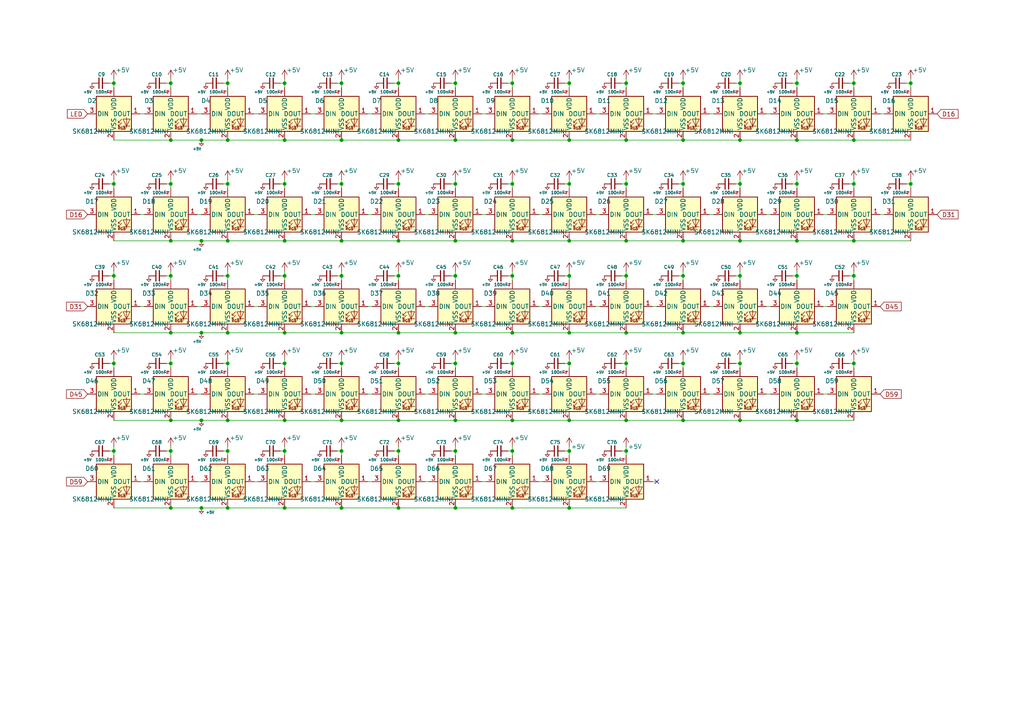
<source format=kicad_sch>
(kicad_sch (version 20211123) (generator eeschema)
  (paper "A4")
  (junction (at 132.08 121.92))
  (junction (at 115.57 147.32))
  (junction (at 132.08 24.13))
  (junction (at 99.06 24.13))
  (junction (at 148.59 147.32))
  (junction (at 247.65 53.34))
  (junction (at 132.08 130.81))
  (junction (at 115.57 80.01))
  (junction (at 33.02 24.13))
  (junction (at 49.53 147.32))
  (junction (at 181.61 121.92))
  (junction (at 247.65 80.01))
  (junction (at 198.12 80.01))
  (junction (at 82.55 130.81))
  (junction (at 99.06 40.64))
  (junction (at 181.61 105.41))
  (junction (at 247.65 24.13))
  (junction (at 82.55 40.64))
  (junction (at 214.63 105.41))
  (junction (at 247.65 40.64))
  (junction (at 66.04 69.85))
  (junction (at 165.1 40.64))
  (junction (at 181.61 40.64))
  (junction (at 231.14 53.34))
  (junction (at 58.42 69.85))
  (junction (at 49.53 121.92))
  (junction (at 33.02 105.41))
  (junction (at 49.53 105.41))
  (junction (at 115.57 40.64))
  (junction (at 99.06 53.34))
  (junction (at 132.08 40.64))
  (junction (at 231.14 96.52))
  (junction (at 231.14 69.85))
  (junction (at 181.61 24.13))
  (junction (at 82.55 24.13))
  (junction (at 33.02 53.34))
  (junction (at 99.06 96.52))
  (junction (at 231.14 80.01))
  (junction (at 148.59 80.01))
  (junction (at 33.02 130.81))
  (junction (at 66.04 24.13))
  (junction (at 115.57 121.92))
  (junction (at 115.57 105.41))
  (junction (at 49.53 130.81))
  (junction (at 148.59 53.34))
  (junction (at 198.12 40.64))
  (junction (at 181.61 53.34))
  (junction (at 165.1 24.13))
  (junction (at 231.14 121.92))
  (junction (at 198.12 121.92))
  (junction (at 165.1 105.41))
  (junction (at 58.42 147.32))
  (junction (at 115.57 69.85))
  (junction (at 132.08 69.85))
  (junction (at 148.59 69.85))
  (junction (at 66.04 130.81))
  (junction (at 165.1 96.52))
  (junction (at 99.06 105.41))
  (junction (at 247.65 69.85))
  (junction (at 49.53 80.01))
  (junction (at 115.57 130.81))
  (junction (at 214.63 96.52))
  (junction (at 58.42 121.92))
  (junction (at 165.1 121.92))
  (junction (at 165.1 53.34))
  (junction (at 82.55 80.01))
  (junction (at 82.55 121.92))
  (junction (at 132.08 80.01))
  (junction (at 148.59 121.92))
  (junction (at 82.55 105.41))
  (junction (at 198.12 69.85))
  (junction (at 198.12 96.52))
  (junction (at 148.59 105.41))
  (junction (at 247.65 105.41))
  (junction (at 49.53 53.34))
  (junction (at 49.53 69.85))
  (junction (at 165.1 147.32))
  (junction (at 49.53 24.13))
  (junction (at 165.1 80.01))
  (junction (at 214.63 40.64))
  (junction (at 99.06 69.85))
  (junction (at 264.16 53.34))
  (junction (at 66.04 53.34))
  (junction (at 181.61 69.85))
  (junction (at 198.12 105.41))
  (junction (at 66.04 40.64))
  (junction (at 132.08 147.32))
  (junction (at 214.63 121.92))
  (junction (at 33.02 80.01))
  (junction (at 58.42 40.64))
  (junction (at 148.59 130.81))
  (junction (at 82.55 147.32))
  (junction (at 148.59 96.52))
  (junction (at 214.63 80.01))
  (junction (at 49.53 40.64))
  (junction (at 214.63 53.34))
  (junction (at 66.04 121.92))
  (junction (at 214.63 69.85))
  (junction (at 132.08 105.41))
  (junction (at 132.08 53.34))
  (junction (at 99.06 147.32))
  (junction (at 231.14 24.13))
  (junction (at 264.16 24.13))
  (junction (at 132.08 96.52))
  (junction (at 82.55 53.34))
  (junction (at 231.14 105.41))
  (junction (at 181.61 96.52))
  (junction (at 82.55 96.52))
  (junction (at 66.04 80.01))
  (junction (at 115.57 53.34))
  (junction (at 49.53 96.52))
  (junction (at 115.57 24.13))
  (junction (at 198.12 24.13))
  (junction (at 99.06 130.81))
  (junction (at 165.1 130.81))
  (junction (at 165.1 69.85))
  (junction (at 198.12 53.34))
  (junction (at 115.57 96.52))
  (junction (at 148.59 24.13))
  (junction (at 66.04 105.41))
  (junction (at 181.61 80.01))
  (junction (at 66.04 96.52))
  (junction (at 181.61 130.81))
  (junction (at 148.59 40.64))
  (junction (at 66.04 147.32))
  (junction (at 82.55 69.85))
  (junction (at 99.06 80.01))
  (junction (at 58.42 96.52))
  (junction (at 99.06 121.92))
  (junction (at 231.14 40.64))
  (junction (at 214.63 24.13))
  (no_connect (at 190.5 139.7))
  (wire (pts (xy 49.53 52.07) (xy 49.53 53.34)))
  (wire (pts (xy 115.57 96.52) (xy 132.08 96.52)))
  (wire (pts (xy 181.61 69.85) (xy 198.12 69.85)))
  (wire (pts (xy 64.77 80.01) (xy 66.04 80.01)))
  (wire (pts (xy 198.12 121.92) (xy 214.63 121.92)))
  (wire (pts (xy 115.57 147.32) (xy 132.08 147.32)))
  (wire (pts (xy 33.02 147.32) (xy 49.53 147.32)))
  (wire (pts (xy 181.61 78.74) (xy 181.61 80.01)))
  (wire (pts (xy 148.59 52.07) (xy 148.59 53.34)))
  (wire (pts (xy 82.55 96.52) (xy 99.06 96.52)))
  (wire (pts (xy 238.76 33.02) (xy 240.03 33.02)))
  (wire (pts (xy 189.23 62.23) (xy 190.5 62.23)))
  (wire (pts (xy 181.61 22.86) (xy 181.61 24.13)))
  (wire (pts (xy 58.42 96.52) (xy 66.04 96.52)))
  (wire (pts (xy 148.59 78.74) (xy 148.59 80.01)))
  (wire (pts (xy 97.79 105.41) (xy 99.06 105.41)))
  (wire (pts (xy 213.36 53.34) (xy 214.63 53.34)))
  (wire (pts (xy 73.66 88.9) (xy 74.93 88.9)))
  (wire (pts (xy 82.55 147.32) (xy 99.06 147.32)))
  (wire (pts (xy 48.26 80.01) (xy 49.53 80.01)))
  (wire (pts (xy 123.19 62.23) (xy 124.46 62.23)))
  (wire (pts (xy 73.66 114.3) (xy 74.93 114.3)))
  (wire (pts (xy 97.79 80.01) (xy 99.06 80.01)))
  (wire (pts (xy 156.21 139.7) (xy 157.48 139.7)))
  (wire (pts (xy 165.1 80.01) (xy 165.1 81.28)))
  (wire (pts (xy 189.23 88.9) (xy 190.5 88.9)))
  (wire (pts (xy 81.28 80.01) (xy 82.55 80.01)))
  (wire (pts (xy 33.02 69.85) (xy 49.53 69.85)))
  (wire (pts (xy 33.02 105.41) (xy 33.02 106.68)))
  (wire (pts (xy 82.55 40.64) (xy 99.06 40.64)))
  (wire (pts (xy 196.85 105.41) (xy 198.12 105.41)))
  (wire (pts (xy 57.15 88.9) (xy 58.42 88.9)))
  (wire (pts (xy 181.61 53.34) (xy 181.61 54.61)))
  (wire (pts (xy 139.7 88.9) (xy 140.97 88.9)))
  (wire (pts (xy 214.63 121.92) (xy 231.14 121.92)))
  (wire (pts (xy 115.57 104.14) (xy 115.57 105.41)))
  (wire (pts (xy 99.06 78.74) (xy 99.06 80.01)))
  (wire (pts (xy 264.16 24.13) (xy 264.16 25.4)))
  (wire (pts (xy 49.53 22.86) (xy 49.53 24.13)))
  (wire (pts (xy 81.28 53.34) (xy 82.55 53.34)))
  (wire (pts (xy 82.55 69.85) (xy 99.06 69.85)))
  (wire (pts (xy 214.63 104.14) (xy 214.63 105.41)))
  (wire (pts (xy 205.74 88.9) (xy 207.01 88.9)))
  (wire (pts (xy 66.04 69.85) (xy 82.55 69.85)))
  (wire (pts (xy 198.12 69.85) (xy 214.63 69.85)))
  (wire (pts (xy 82.55 78.74) (xy 82.55 80.01)))
  (wire (pts (xy 33.02 129.54) (xy 33.02 130.81)))
  (wire (pts (xy 165.1 104.14) (xy 165.1 105.41)))
  (wire (pts (xy 66.04 78.74) (xy 66.04 80.01)))
  (wire (pts (xy 172.72 139.7) (xy 173.99 139.7)))
  (wire (pts (xy 99.06 80.01) (xy 99.06 81.28)))
  (wire (pts (xy 148.59 96.52) (xy 165.1 96.52)))
  (wire (pts (xy 99.06 121.92) (xy 115.57 121.92)))
  (wire (pts (xy 189.23 114.3) (xy 190.5 114.3)))
  (wire (pts (xy 82.55 80.01) (xy 82.55 81.28)))
  (wire (pts (xy 99.06 104.14) (xy 99.06 105.41)))
  (wire (pts (xy 214.63 40.64) (xy 231.14 40.64)))
  (wire (pts (xy 99.06 22.86) (xy 99.06 24.13)))
  (wire (pts (xy 130.81 53.34) (xy 132.08 53.34)))
  (wire (pts (xy 262.89 53.34) (xy 264.16 53.34)))
  (wire (pts (xy 181.61 80.01) (xy 181.61 81.28)))
  (wire (pts (xy 49.53 78.74) (xy 49.53 80.01)))
  (wire (pts (xy 40.64 114.3) (xy 41.91 114.3)))
  (wire (pts (xy 40.64 88.9) (xy 41.91 88.9)))
  (wire (pts (xy 73.66 62.23) (xy 74.93 62.23)))
  (wire (pts (xy 31.75 130.81) (xy 33.02 130.81)))
  (wire (pts (xy 148.59 24.13) (xy 148.59 25.4)))
  (wire (pts (xy 115.57 105.41) (xy 115.57 106.68)))
  (wire (pts (xy 213.36 80.01) (xy 214.63 80.01)))
  (wire (pts (xy 247.65 40.64) (xy 264.16 40.64)))
  (wire (pts (xy 198.12 80.01) (xy 198.12 81.28)))
  (wire (pts (xy 49.53 80.01) (xy 49.53 81.28)))
  (wire (pts (xy 132.08 130.81) (xy 132.08 132.08)))
  (wire (pts (xy 238.76 62.23) (xy 240.03 62.23)))
  (wire (pts (xy 132.08 40.64) (xy 148.59 40.64)))
  (wire (pts (xy 229.87 80.01) (xy 231.14 80.01)))
  (wire (pts (xy 205.74 114.3) (xy 207.01 114.3)))
  (wire (pts (xy 49.53 53.34) (xy 49.53 54.61)))
  (wire (pts (xy 231.14 69.85) (xy 247.65 69.85)))
  (wire (pts (xy 148.59 80.01) (xy 148.59 81.28)))
  (wire (pts (xy 132.08 22.86) (xy 132.08 24.13)))
  (wire (pts (xy 57.15 139.7) (xy 58.42 139.7)))
  (wire (pts (xy 163.83 105.41) (xy 165.1 105.41)))
  (wire (pts (xy 231.14 40.64) (xy 247.65 40.64)))
  (wire (pts (xy 49.53 40.64) (xy 58.42 40.64)))
  (wire (pts (xy 181.61 105.41) (xy 181.61 106.68)))
  (wire (pts (xy 196.85 53.34) (xy 198.12 53.34)))
  (wire (pts (xy 49.53 104.14) (xy 49.53 105.41)))
  (wire (pts (xy 48.26 105.41) (xy 49.53 105.41)))
  (wire (pts (xy 198.12 78.74) (xy 198.12 80.01)))
  (wire (pts (xy 132.08 24.13) (xy 132.08 25.4)))
  (wire (pts (xy 165.1 24.13) (xy 165.1 25.4)))
  (wire (pts (xy 139.7 33.02) (xy 140.97 33.02)))
  (wire (pts (xy 165.1 105.41) (xy 165.1 106.68)))
  (wire (pts (xy 205.74 33.02) (xy 207.01 33.02)))
  (wire (pts (xy 66.04 105.41) (xy 66.04 106.68)))
  (wire (pts (xy 33.02 104.14) (xy 33.02 105.41)))
  (wire (pts (xy 255.27 33.02) (xy 256.54 33.02)))
  (wire (pts (xy 246.38 24.13) (xy 247.65 24.13)))
  (wire (pts (xy 139.7 139.7) (xy 140.97 139.7)))
  (wire (pts (xy 33.02 96.52) (xy 49.53 96.52)))
  (wire (pts (xy 114.3 24.13) (xy 115.57 24.13)))
  (wire (pts (xy 132.08 105.41) (xy 132.08 106.68)))
  (wire (pts (xy 115.57 53.34) (xy 115.57 54.61)))
  (wire (pts (xy 247.65 78.74) (xy 247.65 80.01)))
  (wire (pts (xy 66.04 22.86) (xy 66.04 24.13)))
  (wire (pts (xy 106.68 88.9) (xy 107.95 88.9)))
  (wire (pts (xy 180.34 53.34) (xy 181.61 53.34)))
  (wire (pts (xy 106.68 62.23) (xy 107.95 62.23)))
  (wire (pts (xy 115.57 52.07) (xy 115.57 53.34)))
  (wire (pts (xy 148.59 105.41) (xy 148.59 106.68)))
  (wire (pts (xy 90.17 88.9) (xy 91.44 88.9)))
  (wire (pts (xy 99.06 129.54) (xy 99.06 130.81)))
  (wire (pts (xy 82.55 22.86) (xy 82.55 24.13)))
  (wire (pts (xy 66.04 96.52) (xy 82.55 96.52)))
  (wire (pts (xy 198.12 96.52) (xy 214.63 96.52)))
  (wire (pts (xy 99.06 147.32) (xy 115.57 147.32)))
  (wire (pts (xy 90.17 33.02) (xy 91.44 33.02)))
  (wire (pts (xy 247.65 69.85) (xy 264.16 69.85)))
  (wire (pts (xy 165.1 147.32) (xy 181.61 147.32)))
  (wire (pts (xy 115.57 22.86) (xy 115.57 24.13)))
  (wire (pts (xy 229.87 53.34) (xy 231.14 53.34)))
  (wire (pts (xy 58.42 121.92) (xy 66.04 121.92)))
  (wire (pts (xy 222.25 33.02) (xy 223.52 33.02)))
  (wire (pts (xy 82.55 105.41) (xy 82.55 106.68)))
  (wire (pts (xy 147.32 80.01) (xy 148.59 80.01)))
  (wire (pts (xy 33.02 22.86) (xy 33.02 24.13)))
  (wire (pts (xy 130.81 105.41) (xy 132.08 105.41)))
  (wire (pts (xy 123.19 88.9) (xy 124.46 88.9)))
  (wire (pts (xy 48.26 24.13) (xy 49.53 24.13)))
  (wire (pts (xy 106.68 139.7) (xy 107.95 139.7)))
  (wire (pts (xy 172.72 62.23) (xy 173.99 62.23)))
  (wire (pts (xy 66.04 40.64) (xy 82.55 40.64)))
  (wire (pts (xy 82.55 104.14) (xy 82.55 105.41)))
  (wire (pts (xy 33.02 40.64) (xy 49.53 40.64)))
  (wire (pts (xy 148.59 121.92) (xy 165.1 121.92)))
  (wire (pts (xy 247.65 22.86) (xy 247.65 24.13)))
  (wire (pts (xy 33.02 24.13) (xy 33.02 25.4)))
  (wire (pts (xy 148.59 22.86) (xy 148.59 24.13)))
  (wire (pts (xy 66.04 129.54) (xy 66.04 130.81)))
  (wire (pts (xy 264.16 52.07) (xy 264.16 53.34)))
  (wire (pts (xy 163.83 24.13) (xy 165.1 24.13)))
  (wire (pts (xy 66.04 52.07) (xy 66.04 53.34)))
  (wire (pts (xy 247.65 53.34) (xy 247.65 54.61)))
  (wire (pts (xy 198.12 40.64) (xy 214.63 40.64)))
  (wire (pts (xy 181.61 96.52) (xy 198.12 96.52)))
  (wire (pts (xy 231.14 104.14) (xy 231.14 105.41)))
  (wire (pts (xy 115.57 24.13) (xy 115.57 25.4)))
  (wire (pts (xy 229.87 24.13) (xy 231.14 24.13)))
  (wire (pts (xy 106.68 114.3) (xy 107.95 114.3)))
  (wire (pts (xy 165.1 52.07) (xy 165.1 53.34)))
  (wire (pts (xy 48.26 130.81) (xy 49.53 130.81)))
  (wire (pts (xy 33.02 52.07) (xy 33.02 53.34)))
  (wire (pts (xy 231.14 121.92) (xy 247.65 121.92)))
  (wire (pts (xy 198.12 53.34) (xy 198.12 54.61)))
  (wire (pts (xy 99.06 53.34) (xy 99.06 54.61)))
  (wire (pts (xy 238.76 88.9) (xy 240.03 88.9)))
  (wire (pts (xy 196.85 24.13) (xy 198.12 24.13)))
  (wire (pts (xy 31.75 80.01) (xy 33.02 80.01)))
  (wire (pts (xy 214.63 69.85) (xy 231.14 69.85)))
  (wire (pts (xy 198.12 24.13) (xy 198.12 25.4)))
  (wire (pts (xy 198.12 104.14) (xy 198.12 105.41)))
  (wire (pts (xy 49.53 24.13) (xy 49.53 25.4)))
  (wire (pts (xy 115.57 40.64) (xy 132.08 40.64)))
  (wire (pts (xy 264.16 22.86) (xy 264.16 24.13)))
  (wire (pts (xy 148.59 69.85) (xy 165.1 69.85)))
  (wire (pts (xy 115.57 80.01) (xy 115.57 81.28)))
  (wire (pts (xy 97.79 53.34) (xy 99.06 53.34)))
  (wire (pts (xy 214.63 96.52) (xy 231.14 96.52)))
  (wire (pts (xy 132.08 104.14) (xy 132.08 105.41)))
  (wire (pts (xy 214.63 53.34) (xy 214.63 54.61)))
  (wire (pts (xy 73.66 139.7) (xy 74.93 139.7)))
  (wire (pts (xy 82.55 129.54) (xy 82.55 130.81)))
  (wire (pts (xy 57.15 33.02) (xy 58.42 33.02)))
  (wire (pts (xy 57.15 62.23) (xy 58.42 62.23)))
  (wire (pts (xy 222.25 88.9) (xy 223.52 88.9)))
  (wire (pts (xy 181.61 104.14) (xy 181.61 105.41)))
  (wire (pts (xy 40.64 139.7) (xy 41.91 139.7)))
  (wire (pts (xy 214.63 105.41) (xy 214.63 106.68)))
  (wire (pts (xy 163.83 53.34) (xy 165.1 53.34)))
  (wire (pts (xy 165.1 22.86) (xy 165.1 24.13)))
  (wire (pts (xy 262.89 24.13) (xy 264.16 24.13)))
  (wire (pts (xy 165.1 69.85) (xy 181.61 69.85)))
  (wire (pts (xy 90.17 114.3) (xy 91.44 114.3)))
  (wire (pts (xy 165.1 121.92) (xy 181.61 121.92)))
  (wire (pts (xy 114.3 105.41) (xy 115.57 105.41)))
  (wire (pts (xy 97.79 130.81) (xy 99.06 130.81)))
  (wire (pts (xy 132.08 53.34) (xy 132.08 54.61)))
  (wire (pts (xy 58.42 69.85) (xy 66.04 69.85)))
  (wire (pts (xy 132.08 80.01) (xy 132.08 81.28)))
  (wire (pts (xy 198.12 22.86) (xy 198.12 24.13)))
  (wire (pts (xy 148.59 130.81) (xy 148.59 132.08)))
  (wire (pts (xy 64.77 130.81) (xy 66.04 130.81)))
  (wire (pts (xy 148.59 40.64) (xy 165.1 40.64)))
  (wire (pts (xy 132.08 78.74) (xy 132.08 80.01)))
  (wire (pts (xy 31.75 24.13) (xy 33.02 24.13)))
  (wire (pts (xy 115.57 78.74) (xy 115.57 80.01)))
  (wire (pts (xy 139.7 62.23) (xy 140.97 62.23)))
  (wire (pts (xy 97.79 24.13) (xy 99.06 24.13)))
  (wire (pts (xy 156.21 114.3) (xy 157.48 114.3)))
  (wire (pts (xy 238.76 114.3) (xy 240.03 114.3)))
  (wire (pts (xy 231.14 52.07) (xy 231.14 53.34)))
  (wire (pts (xy 148.59 129.54) (xy 148.59 130.81)))
  (wire (pts (xy 214.63 80.01) (xy 214.63 81.28)))
  (wire (pts (xy 66.04 53.34) (xy 66.04 54.61)))
  (wire (pts (xy 180.34 130.81) (xy 181.61 130.81)))
  (wire (pts (xy 181.61 129.54) (xy 181.61 130.81)))
  (wire (pts (xy 246.38 80.01) (xy 247.65 80.01)))
  (wire (pts (xy 189.23 33.02) (xy 190.5 33.02)))
  (wire (pts (xy 231.14 24.13) (xy 231.14 25.4)))
  (wire (pts (xy 180.34 24.13) (xy 181.61 24.13)))
  (wire (pts (xy 73.66 33.02) (xy 74.93 33.02)))
  (wire (pts (xy 214.63 24.13) (xy 214.63 25.4)))
  (wire (pts (xy 181.61 24.13) (xy 181.61 25.4)))
  (wire (pts (xy 198.12 52.07) (xy 198.12 53.34)))
  (wire (pts (xy 196.85 80.01) (xy 198.12 80.01)))
  (wire (pts (xy 40.64 33.02) (xy 41.91 33.02)))
  (wire (pts (xy 114.3 130.81) (xy 115.57 130.81)))
  (wire (pts (xy 114.3 80.01) (xy 115.57 80.01)))
  (wire (pts (xy 31.75 105.41) (xy 33.02 105.41)))
  (wire (pts (xy 213.36 24.13) (xy 214.63 24.13)))
  (wire (pts (xy 172.72 33.02) (xy 173.99 33.02)))
  (wire (pts (xy 58.42 40.64) (xy 66.04 40.64)))
  (wire (pts (xy 148.59 53.34) (xy 148.59 54.61)))
  (wire (pts (xy 115.57 130.81) (xy 115.57 132.08)))
  (wire (pts (xy 106.68 33.02) (xy 107.95 33.02)))
  (wire (pts (xy 115.57 121.92) (xy 132.08 121.92)))
  (wire (pts (xy 172.72 114.3) (xy 173.99 114.3)))
  (wire (pts (xy 48.26 53.34) (xy 49.53 53.34)))
  (wire (pts (xy 49.53 121.92) (xy 58.42 121.92)))
  (wire (pts (xy 156.21 33.02) (xy 157.48 33.02)))
  (wire (pts (xy 99.06 105.41) (xy 99.06 106.68)))
  (wire (pts (xy 163.83 130.81) (xy 165.1 130.81)))
  (wire (pts (xy 156.21 88.9) (xy 157.48 88.9)))
  (wire (pts (xy 181.61 130.81) (xy 181.61 132.08)))
  (wire (pts (xy 49.53 147.32) (xy 58.42 147.32)))
  (wire (pts (xy 132.08 129.54) (xy 132.08 130.81)))
  (wire (pts (xy 132.08 96.52) (xy 148.59 96.52)))
  (wire (pts (xy 115.57 129.54) (xy 115.57 130.81)))
  (wire (pts (xy 123.19 33.02) (xy 124.46 33.02)))
  (wire (pts (xy 82.55 24.13) (xy 82.55 25.4)))
  (wire (pts (xy 99.06 130.81) (xy 99.06 132.08)))
  (wire (pts (xy 49.53 130.81) (xy 49.53 132.08)))
  (wire (pts (xy 57.15 114.3) (xy 58.42 114.3)))
  (wire (pts (xy 82.55 130.81) (xy 82.55 132.08)))
  (wire (pts (xy 156.21 62.23) (xy 157.48 62.23)))
  (wire (pts (xy 49.53 69.85) (xy 58.42 69.85)))
  (wire (pts (xy 99.06 52.07) (xy 99.06 53.34)))
  (wire (pts (xy 123.19 114.3) (xy 124.46 114.3)))
  (wire (pts (xy 114.3 53.34) (xy 115.57 53.34)))
  (wire (pts (xy 81.28 105.41) (xy 82.55 105.41)))
  (wire (pts (xy 82.55 52.07) (xy 82.55 53.34)))
  (wire (pts (xy 189.23 139.7) (xy 190.5 139.7)))
  (wire (pts (xy 247.65 52.07) (xy 247.65 53.34)))
  (wire (pts (xy 64.77 24.13) (xy 66.04 24.13)))
  (wire (pts (xy 214.63 52.07) (xy 214.63 53.34)))
  (wire (pts (xy 231.14 105.41) (xy 231.14 106.68)))
  (wire (pts (xy 214.63 78.74) (xy 214.63 80.01)))
  (wire (pts (xy 180.34 80.01) (xy 181.61 80.01)))
  (wire (pts (xy 81.28 24.13) (xy 82.55 24.13)))
  (wire (pts (xy 64.77 53.34) (xy 66.04 53.34)))
  (wire (pts (xy 66.04 130.81) (xy 66.04 132.08)))
  (wire (pts (xy 165.1 53.34) (xy 165.1 54.61)))
  (wire (pts (xy 198.12 105.41) (xy 198.12 106.68)))
  (wire (pts (xy 130.81 130.81) (xy 132.08 130.81)))
  (wire (pts (xy 247.65 105.41) (xy 247.65 106.68)))
  (wire (pts (xy 222.25 62.23) (xy 223.52 62.23)))
  (wire (pts (xy 99.06 69.85) (xy 115.57 69.85)))
  (wire (pts (xy 231.14 80.01) (xy 231.14 81.28)))
  (wire (pts (xy 148.59 147.32) (xy 165.1 147.32)))
  (wire (pts (xy 66.04 121.92) (xy 82.55 121.92)))
  (wire (pts (xy 99.06 96.52) (xy 115.57 96.52)))
  (wire (pts (xy 165.1 129.54) (xy 165.1 130.81)))
  (wire (pts (xy 81.28 130.81) (xy 82.55 130.81)))
  (wire (pts (xy 231.14 96.52) (xy 247.65 96.52)))
  (wire (pts (xy 180.34 105.41) (xy 181.61 105.41)))
  (wire (pts (xy 132.08 69.85) (xy 148.59 69.85)))
  (wire (pts (xy 66.04 24.13) (xy 66.04 25.4)))
  (wire (pts (xy 66.04 104.14) (xy 66.04 105.41)))
  (wire (pts (xy 255.27 62.23) (xy 256.54 62.23)))
  (wire (pts (xy 181.61 52.07) (xy 181.61 53.34)))
  (wire (pts (xy 231.14 22.86) (xy 231.14 24.13)))
  (wire (pts (xy 132.08 147.32) (xy 148.59 147.32)))
  (wire (pts (xy 66.04 80.01) (xy 66.04 81.28)))
  (wire (pts (xy 99.06 40.64) (xy 115.57 40.64)))
  (wire (pts (xy 246.38 53.34) (xy 247.65 53.34)))
  (wire (pts (xy 90.17 62.23) (xy 91.44 62.23)))
  (wire (pts (xy 31.75 53.34) (xy 33.02 53.34)))
  (wire (pts (xy 247.65 80.01) (xy 247.65 81.28)))
  (wire (pts (xy 82.55 53.34) (xy 82.55 54.61)))
  (wire (pts (xy 33.02 53.34) (xy 33.02 54.61)))
  (wire (pts (xy 49.53 129.54) (xy 49.53 130.81)))
  (wire (pts (xy 115.57 69.85) (xy 132.08 69.85)))
  (wire (pts (xy 264.16 53.34) (xy 264.16 54.61)))
  (wire (pts (xy 246.38 105.41) (xy 247.65 105.41)))
  (wire (pts (xy 172.72 88.9) (xy 173.99 88.9)))
  (wire (pts (xy 231.14 53.34) (xy 231.14 54.61)))
  (wire (pts (xy 148.59 104.14) (xy 148.59 105.41)))
  (wire (pts (xy 147.32 105.41) (xy 148.59 105.41)))
  (wire (pts (xy 58.42 147.32) (xy 66.04 147.32)))
  (wire (pts (xy 165.1 78.74) (xy 165.1 80.01)))
  (wire (pts (xy 132.08 52.07) (xy 132.08 53.34)))
  (wire (pts (xy 66.04 147.32) (xy 82.55 147.32)))
  (wire (pts (xy 130.81 24.13) (xy 132.08 24.13)))
  (wire (pts (xy 214.63 22.86) (xy 214.63 24.13)))
  (wire (pts (xy 205.74 62.23) (xy 207.01 62.23)))
  (wire (pts (xy 139.7 114.3) (xy 140.97 114.3)))
  (wire (pts (xy 163.83 80.01) (xy 165.1 80.01)))
  (wire (pts (xy 64.77 105.41) (xy 66.04 105.41)))
  (wire (pts (xy 33.02 80.01) (xy 33.02 81.28)))
  (wire (pts (xy 82.55 121.92) (xy 99.06 121.92)))
  (wire (pts (xy 90.17 139.7) (xy 91.44 139.7)))
  (wire (pts (xy 247.65 104.14) (xy 247.65 105.41)))
  (wire (pts (xy 132.08 121.92) (xy 148.59 121.92)))
  (wire (pts (xy 231.14 78.74) (xy 231.14 80.01)))
  (wire (pts (xy 165.1 130.81) (xy 165.1 132.08)))
  (wire (pts (xy 165.1 40.64) (xy 181.61 40.64)))
  (wire (pts (xy 49.53 105.41) (xy 49.53 106.68)))
  (wire (pts (xy 222.25 114.3) (xy 223.52 114.3)))
  (wire (pts (xy 247.65 24.13) (xy 247.65 25.4)))
  (wire (pts (xy 147.32 130.81) (xy 148.59 130.81)))
  (wire (pts (xy 40.64 62.23) (xy 41.91 62.23)))
  (wire (pts (xy 99.06 24.13) (xy 99.06 25.4)))
  (wire (pts (xy 181.61 40.64) (xy 198.12 40.64)))
  (wire (pts (xy 123.19 139.7) (xy 124.46 139.7)))
  (wire (pts (xy 49.53 96.52) (xy 58.42 96.52)))
  (wire (pts (xy 213.36 105.41) (xy 214.63 105.41)))
  (wire (pts (xy 33.02 78.74) (xy 33.02 80.01)))
  (wire (pts (xy 130.81 80.01) (xy 132.08 80.01)))
  (wire (pts (xy 147.32 24.13) (xy 148.59 24.13)))
  (wire (pts (xy 33.02 130.81) (xy 33.02 132.08)))
  (wire (pts (xy 181.61 121.92) (xy 198.12 121.92)))
  (wire (pts (xy 165.1 96.52) (xy 181.61 96.52)))
  (wire (pts (xy 147.32 53.34) (xy 148.59 53.34)))
  (wire (pts (xy 229.87 105.41) (xy 231.14 105.41)))
  (wire (pts (xy 33.02 121.92) (xy 49.53 121.92)))
  (global_label "D59" (shape input) (at 255.27 114.3 0) (property "Intersheet References" "${INTERSHEET_REFS}" (effects hide)))
  (global_label "D45" (shape input) (at 25.4 114.3 180) (property "Intersheet References" "${INTERSHEET_REFS}" (effects hide)))
  (global_label "D31" (shape input) (at 271.78 62.23 0) (property "Intersheet References" "${INTERSHEET_REFS}" (effects hide)))
  (global_label "D45" (shape input) (at 255.27 88.9 0) (property "Intersheet References" "${INTERSHEET_REFS}" (effects hide)))
  (global_label "D59" (shape input) (at 25.4 139.7 180) (property "Intersheet References" "${INTERSHEET_REFS}" (effects hide)))
  (global_label "D16" (shape input) (at 25.4 62.23 180) (property "Intersheet References" "${INTERSHEET_REFS}" (effects hide)))
  (global_label "D16" (shape input) (at 271.78 33.02 0) (property "Intersheet References" "${INTERSHEET_REFS}" (effects hide)))
  (global_label "LED" (shape input) (at 25.4 33.02 180) (property "Intersheet References" "${INTERSHEET_REFS}" (effects hide)))
  (global_label "D31" (shape input) (at 25.4 88.9 180) (property "Intersheet References" "${INTERSHEET_REFS}" (effects hide)))
  (symbol (lib_id "power:+5V") (at 115.57 129.54 0) (unit 1)
    (property "Reference" "#PWR0143" (effects hide))
    (property "Value" "+5V" (at 118.11 127 0))
  )
  (symbol (lib_id "LED:SK6812MINI") (at 132.08 62.23 0) (unit 1)
    (property "Reference" "D23" (at 125.73 58.42 0))
    (property "Value" "SK6812MINI" (at 125.73 67.31 0))
    (property "Footprint" "LED_SMD:LED_SK6812MINI_PLCC4_3.5x3.5mm_P1.75mm" (effects hide))
    (property "Datasheet" "https://cdn-shop.adafruit.com/product-files/2686/SK6812MINI_REV.01-1-2.pdf" (effects hide))
  )
  (symbol (lib_id "LED:SK6812MINI") (at 198.12 88.9 0) (unit 1)
    (property "Reference" "D42" (at 191.77 85.09 0))
    (property "Value" "SK6812MINI" (at 191.77 93.98 0))
    (property "Footprint" "LED_SMD:LED_SK6812MINI_PLCC4_3.5x3.5mm_P1.75mm" (effects hide))
    (property "Datasheet" "https://cdn-shop.adafruit.com/product-files/2686/SK6812MINI_REV.01-1-2.pdf" (effects hide))
  )
  (symbol (lib_id "keyboard_parts:GND") (at 175.26 53.34 0) (unit 1)
    (property "Reference" "#PWR073" (effects hide))
    (property "Value" "GND" (at 173.99 55.88 0) (effects (font (size 0.762 0.762))))
  )
  (symbol (lib_id "LED:SK6812MINI") (at 115.57 62.23 0) (unit 1)
    (property "Reference" "D22" (at 109.22 58.42 0))
    (property "Value" "SK6812MINI" (at 109.22 67.31 0))
    (property "Footprint" "LED_SMD:LED_SK6812MINI_PLCC4_3.5x3.5mm_P1.75mm" (effects hide))
    (property "Datasheet" "https://cdn-shop.adafruit.com/product-files/2686/SK6812MINI_REV.01-1-2.pdf" (effects hide))
  )
  (symbol (lib_id "Device:C_Small") (at 210.82 105.41 90) (unit 1)
    (property "Reference" "C64" (at 212.09 102.87 90) (effects (font (size 1 1)) (justify left)))
    (property "Value" "100nF" (at 213.36 107.95 90) (effects (font (size 0.85 0.85)) (justify left)))
    (property "Footprint" "Capacitor_SMD:C_0805_2012Metric_Pad1.18x1.45mm_HandSolder" (effects hide))
  )
  (symbol (lib_id "keyboard_parts:GND") (at 109.22 105.41 0) (unit 1)
    (property "Reference" "#PWR0128" (effects hide))
    (property "Value" "GND" (at 107.95 107.95 0) (effects (font (size 0.762 0.762))))
  )
  (symbol (lib_id "Device:C_Small") (at 62.23 53.34 90) (unit 1)
    (property "Reference" "C26" (at 63.5 50.8 90) (effects (font (size 1 1)) (justify left)))
    (property "Value" "100nF" (at 64.77 55.88 90) (effects (font (size 0.85 0.85)) (justify left)))
    (property "Footprint" "Capacitor_SMD:C_0805_2012Metric_Pad1.18x1.45mm_HandSolder" (effects hide))
  )
  (symbol (lib_id "Device:C_Small") (at 111.76 24.13 90) (unit 1)
    (property "Reference" "C14" (at 113.03 21.59 90) (effects (font (size 1 1)) (justify left)))
    (property "Value" "100nF" (at 114.3 26.67 90) (effects (font (size 0.85 0.85)) (justify left)))
    (property "Footprint" "Capacitor_SMD:C_0805_2012Metric_Pad1.18x1.45mm_HandSolder" (effects hide))
  )
  (symbol (lib_id "power:+5V") (at 231.14 104.14 0) (unit 1)
    (property "Reference" "#PWR0121" (effects hide))
    (property "Value" "+5V" (at 233.68 101.6 0))
  )
  (symbol (lib_id "power:+5V") (at 165.1 52.07 0) (unit 1)
    (property "Reference" "#PWR057" (effects hide))
    (property "Value" "+5V" (at 167.64 49.53 0))
  )
  (symbol (lib_id "LED:SK6812MINI") (at 231.14 33.02 0) (unit 1)
    (property "Reference" "D14" (at 224.79 29.21 0))
    (property "Value" "SK6812MINI" (at 224.79 38.1 0))
    (property "Footprint" "LED_SMD:LED_SK6812MINI_PLCC4_3.5x3.5mm_P1.75mm" (effects hide))
    (property "Datasheet" "https://cdn-shop.adafruit.com/product-files/2686/SK6812MINI_REV.01-1-2.pdf" (effects hide))
  )
  (symbol (lib_id "keyboard_parts:GND") (at 224.79 80.01 0) (unit 1)
    (property "Reference" "#PWR0106" (effects hide))
    (property "Value" "GND" (at 223.52 82.55 0) (effects (font (size 0.762 0.762))))
  )
  (symbol (lib_id "LED:SK6812MINI") (at 165.1 33.02 0) (unit 1)
    (property "Reference" "D10" (at 158.75 29.21 0))
    (property "Value" "SK6812MINI" (at 158.75 38.1 0))
    (property "Footprint" "LED_SMD:LED_SK6812MINI_PLCC4_3.5x3.5mm_P1.75mm" (effects hide))
    (property "Datasheet" "https://cdn-shop.adafruit.com/product-files/2686/SK6812MINI_REV.01-1-2.pdf" (effects hide))
  )
  (symbol (lib_id "Device:C_Small") (at 78.74 24.13 90) (unit 1)
    (property "Reference" "C12" (at 80.01 21.59 90) (effects (font (size 1 1)) (justify left)))
    (property "Value" "100nF" (at 81.28 26.67 90) (effects (font (size 0.85 0.85)) (justify left)))
    (property "Footprint" "Capacitor_SMD:C_0805_2012Metric_Pad1.18x1.45mm_HandSolder" (effects hide))
  )
  (symbol (lib_id "Device:C_Small") (at 62.23 105.41 90) (unit 1)
    (property "Reference" "C55" (at 63.5 102.87 90) (effects (font (size 1 1)) (justify left)))
    (property "Value" "100nF" (at 64.77 107.95 90) (effects (font (size 0.85 0.85)) (justify left)))
    (property "Footprint" "Capacitor_SMD:C_0805_2012Metric_Pad1.18x1.45mm_HandSolder" (effects hide))
  )
  (symbol (lib_id "LED:SK6812MINI") (at 181.61 114.3 0) (unit 1)
    (property "Reference" "D55" (at 175.26 110.49 0))
    (property "Value" "SK6812MINI" (at 175.26 119.38 0))
    (property "Footprint" "LED_SMD:LED_SK6812MINI_PLCC4_3.5x3.5mm_P1.75mm" (effects hide))
    (property "Datasheet" "https://cdn-shop.adafruit.com/product-files/2686/SK6812MINI_REV.01-1-2.pdf" (effects hide))
  )
  (symbol (lib_id "keyboard_parts:GND") (at 142.24 53.34 0) (unit 1)
    (property "Reference" "#PWR071" (effects hide))
    (property "Value" "GND" (at 140.97 55.88 0) (effects (font (size 0.762 0.762))))
  )
  (symbol (lib_id "power:+5V") (at 148.59 104.14 0) (unit 1)
    (property "Reference" "#PWR0116" (effects hide))
    (property "Value" "+5V" (at 151.13 101.6 0))
  )
  (symbol (lib_id "power:+5V") (at 132.08 129.54 0) (unit 1)
    (property "Reference" "#PWR0144" (effects hide))
    (property "Value" "+5V" (at 134.62 127 0))
  )
  (symbol (lib_id "keyboard_parts:GND") (at 59.69 80.01 0) (unit 1)
    (property "Reference" "#PWR096" (effects hide))
    (property "Value" "GND" (at 58.42 82.55 0) (effects (font (size 0.762 0.762))))
  )
  (symbol (lib_id "Device:C_Small") (at 144.78 53.34 90) (unit 1)
    (property "Reference" "C31" (at 146.05 50.8 90) (effects (font (size 1 1)) (justify left)))
    (property "Value" "100nF" (at 147.32 55.88 90) (effects (font (size 0.85 0.85)) (justify left)))
    (property "Footprint" "Capacitor_SMD:C_0805_2012Metric_Pad1.18x1.45mm_HandSolder" (effects hide))
  )
  (symbol (lib_id "keyboard_parts:GND") (at 58.42 40.64 0) (unit 1)
    (property "Reference" "#PWR048" (effects hide))
    (property "Value" "GND" (at 57.15 43.18 0) (effects (font (size 0.762 0.762))))
  )
  (symbol (lib_id "power:+5V") (at 99.06 78.74 0) (unit 1)
    (property "Reference" "#PWR084" (effects hide))
    (property "Value" "+5V" (at 101.6 76.2 0))
  )
  (symbol (lib_id "Device:C_Small") (at 243.84 24.13 90) (unit 1)
    (property "Reference" "C22" (at 245.11 21.59 90) (effects (font (size 1 1)) (justify left)))
    (property "Value" "100nF" (at 246.38 26.67 90) (effects (font (size 0.85 0.85)) (justify left)))
    (property "Footprint" "Capacitor_SMD:C_0805_2012Metric_Pad1.18x1.45mm_HandSolder" (effects hide))
  )
  (symbol (lib_id "Device:C_Small") (at 177.8 24.13 90) (unit 1)
    (property "Reference" "C18" (at 179.07 21.59 90) (effects (font (size 1 1)) (justify left)))
    (property "Value" "100nF" (at 180.34 26.67 90) (effects (font (size 0.85 0.85)) (justify left)))
    (property "Footprint" "Capacitor_SMD:C_0805_2012Metric_Pad1.18x1.45mm_HandSolder" (effects hide))
  )
  (symbol (lib_id "power:+5V") (at 148.59 78.74 0) (unit 1)
    (property "Reference" "#PWR087" (effects hide))
    (property "Value" "+5V" (at 151.13 76.2 0))
  )
  (symbol (lib_id "keyboard_parts:GND") (at 241.3 105.41 0) (unit 1)
    (property "Reference" "#PWR0136" (effects hide))
    (property "Value" "GND" (at 240.03 107.95 0) (effects (font (size 0.762 0.762))))
  )
  (symbol (lib_id "LED:SK6812MINI") (at 49.53 88.9 0) (unit 1)
    (property "Reference" "D33" (at 43.18 85.09 0))
    (property "Value" "SK6812MINI" (at 43.18 93.98 0))
    (property "Footprint" "LED_SMD:LED_SK6812MINI_PLCC4_3.5x3.5mm_P1.75mm" (effects hide))
    (property "Datasheet" "https://cdn-shop.adafruit.com/product-files/2686/SK6812MINI_REV.01-1-2.pdf" (effects hide))
  )
  (symbol (lib_id "keyboard_parts:GND") (at 142.24 105.41 0) (unit 1)
    (property "Reference" "#PWR0130" (effects hide))
    (property "Value" "GND" (at 140.97 107.95 0) (effects (font (size 0.762 0.762))))
  )
  (symbol (lib_id "LED:SK6812MINI") (at 33.02 33.02 0) (unit 1)
    (property "Reference" "D2" (at 26.67 29.21 0))
    (property "Value" "SK6812MINI" (at 26.67 38.1 0))
    (property "Footprint" "LED_SMD:LED_SK6812MINI_PLCC4_3.5x3.5mm_P1.75mm" (effects hide))
    (property "Datasheet" "https://cdn-shop.adafruit.com/product-files/2686/SK6812MINI_REV.01-1-2.pdf" (effects hide))
  )
  (symbol (lib_id "keyboard_parts:GND") (at 109.22 80.01 0) (unit 1)
    (property "Reference" "#PWR099" (effects hide))
    (property "Value" "GND" (at 107.95 82.55 0) (effects (font (size 0.762 0.762))))
  )
  (symbol (lib_id "power:+5V") (at 132.08 22.86 0) (unit 1)
    (property "Reference" "#PWR024" (effects hide))
    (property "Value" "+5V" (at 134.62 20.32 0))
  )
  (symbol (lib_id "keyboard_parts:GND") (at 191.77 24.13 0) (unit 1)
    (property "Reference" "#PWR043" (effects hide))
    (property "Value" "GND" (at 190.5 26.67 0) (effects (font (size 0.762 0.762))))
  )
  (symbol (lib_id "keyboard_parts:GND") (at 175.26 80.01 0) (unit 1)
    (property "Reference" "#PWR0103" (effects hide))
    (property "Value" "GND" (at 173.99 82.55 0) (effects (font (size 0.762 0.762))))
  )
  (symbol (lib_id "power:+5V") (at 82.55 129.54 0) (unit 1)
    (property "Reference" "#PWR0141" (effects hide))
    (property "Value" "+5V" (at 85.09 127 0))
  )
  (symbol (lib_id "power:+5V") (at 99.06 129.54 0) (unit 1)
    (property "Reference" "#PWR0142" (effects hide))
    (property "Value" "+5V" (at 101.6 127 0))
  )
  (symbol (lib_id "Device:C_Small") (at 78.74 53.34 90) (unit 1)
    (property "Reference" "C27" (at 80.01 50.8 90) (effects (font (size 1 1)) (justify left)))
    (property "Value" "100nF" (at 81.28 55.88 90) (effects (font (size 0.85 0.85)) (justify left)))
    (property "Footprint" "Capacitor_SMD:C_0805_2012Metric_Pad1.18x1.45mm_HandSolder" (effects hide))
  )
  (symbol (lib_id "keyboard_parts:GND") (at 26.67 53.34 0) (unit 1)
    (property "Reference" "#PWR064" (effects hide))
    (property "Value" "GND" (at 25.4 55.88 0) (effects (font (size 0.762 0.762))))
  )
  (symbol (lib_id "Device:C_Small") (at 95.25 24.13 90) (unit 1)
    (property "Reference" "C13" (at 96.52 21.59 90) (effects (font (size 1 1)) (justify left)))
    (property "Value" "100nF" (at 97.79 26.67 90) (effects (font (size 0.85 0.85)) (justify left)))
    (property "Footprint" "Capacitor_SMD:C_0805_2012Metric_Pad1.18x1.45mm_HandSolder" (effects hide))
  )
  (symbol (lib_id "keyboard_parts:GND") (at 76.2 105.41 0) (unit 1)
    (property "Reference" "#PWR0126" (effects hide))
    (property "Value" "GND" (at 74.93 107.95 0) (effects (font (size 0.762 0.762))))
  )
  (symbol (lib_id "keyboard_parts:GND") (at 224.79 53.34 0) (unit 1)
    (property "Reference" "#PWR076" (effects hide))
    (property "Value" "GND" (at 223.52 55.88 0) (effects (font (size 0.762 0.762))))
  )
  (symbol (lib_id "LED:SK6812MINI") (at 66.04 114.3 0) (unit 1)
    (property "Reference" "D48" (at 59.69 110.49 0))
    (property "Value" "SK6812MINI" (at 59.69 119.38 0))
    (property "Footprint" "LED_SMD:LED_SK6812MINI_PLCC4_3.5x3.5mm_P1.75mm" (effects hide))
    (property "Datasheet" "https://cdn-shop.adafruit.com/product-files/2686/SK6812MINI_REV.01-1-2.pdf" (effects hide))
  )
  (symbol (lib_id "keyboard_parts:GND") (at 76.2 130.81 0) (unit 1)
    (property "Reference" "#PWR0151" (effects hide))
    (property "Value" "GND" (at 74.93 133.35 0) (effects (font (size 0.762 0.762))))
  )
  (symbol (lib_id "power:+5V") (at 148.59 22.86 0) (unit 1)
    (property "Reference" "#PWR025" (effects hide))
    (property "Value" "+5V" (at 151.13 20.32 0))
  )
  (symbol (lib_id "LED:SK6812MINI") (at 165.1 62.23 0) (unit 1)
    (property "Reference" "D25" (at 158.75 58.42 0))
    (property "Value" "SK6812MINI" (at 158.75 67.31 0))
    (property "Footprint" "LED_SMD:LED_SK6812MINI_PLCC4_3.5x3.5mm_P1.75mm" (effects hide))
    (property "Datasheet" "https://cdn-shop.adafruit.com/product-files/2686/SK6812MINI_REV.01-1-2.pdf" (effects hide))
  )
  (symbol (lib_id "LED:SK6812MINI") (at 49.53 114.3 0) (unit 1)
    (property "Reference" "D47" (at 43.18 110.49 0))
    (property "Value" "SK6812MINI" (at 43.18 119.38 0))
    (property "Footprint" "LED_SMD:LED_SK6812MINI_PLCC4_3.5x3.5mm_P1.75mm" (effects hide))
    (property "Datasheet" "https://cdn-shop.adafruit.com/product-files/2686/SK6812MINI_REV.01-1-2.pdf" (effects hide))
  )
  (symbol (lib_id "power:+5V") (at 181.61 52.07 0) (unit 1)
    (property "Reference" "#PWR058" (effects hide))
    (property "Value" "+5V" (at 184.15 49.53 0))
  )
  (symbol (lib_id "power:+5V") (at 33.02 104.14 0) (unit 1)
    (property "Reference" "#PWR0109" (effects hide))
    (property "Value" "+5V" (at 35.56 101.6 0))
  )
  (symbol (lib_id "power:+5V") (at 231.14 22.86 0) (unit 1)
    (property "Reference" "#PWR030" (effects hide))
    (property "Value" "+5V" (at 233.68 20.32 0))
  )
  (symbol (lib_id "Device:C_Small") (at 194.31 53.34 90) (unit 1)
    (property "Reference" "C34" (at 195.58 50.8 90) (effects (font (size 1 1)) (justify left)))
    (property "Value" "100nF" (at 196.85 55.88 90) (effects (font (size 0.85 0.85)) (justify left)))
    (property "Footprint" "Capacitor_SMD:C_0805_2012Metric_Pad1.18x1.45mm_HandSolder" (effects hide))
  )
  (symbol (lib_id "Device:C_Small") (at 144.78 24.13 90) (unit 1)
    (property "Reference" "C16" (at 146.05 21.59 90) (effects (font (size 1 1)) (justify left)))
    (property "Value" "100nF" (at 147.32 26.67 90) (effects (font (size 0.85 0.85)) (justify left)))
    (property "Footprint" "Capacitor_SMD:C_0805_2012Metric_Pad1.18x1.45mm_HandSolder" (effects hide))
  )
  (symbol (lib_id "keyboard_parts:GND") (at 43.18 80.01 0) (unit 1)
    (property "Reference" "#PWR095" (effects hide))
    (property "Value" "GND" (at 41.91 82.55 0) (effects (font (size 0.762 0.762))))
  )
  (symbol (lib_id "power:+5V") (at 247.65 78.74 0) (unit 1)
    (property "Reference" "#PWR093" (effects hide))
    (property "Value" "+5V" (at 250.19 76.2 0))
  )
  (symbol (lib_id "power:+5V") (at 33.02 52.07 0) (unit 1)
    (property "Reference" "#PWR049" (effects hide))
    (property "Value" "+5V" (at 35.56 49.53 0))
  )
  (symbol (lib_id "Device:C_Small") (at 144.78 105.41 90) (unit 1)
    (property "Reference" "C60" (at 146.05 102.87 90) (effects (font (size 1 1)) (justify left)))
    (property "Value" "100nF" (at 147.32 107.95 90) (effects (font (size 0.85 0.85)) (justify left)))
    (property "Footprint" "Capacitor_SMD:C_0805_2012Metric_Pad1.18x1.45mm_HandSolder" (effects hide))
  )
  (symbol (lib_id "power:+5V") (at 214.63 22.86 0) (unit 1)
    (property "Reference" "#PWR029" (effects hide))
    (property "Value" "+5V" (at 217.17 20.32 0))
  )
  (symbol (lib_id "power:+5V") (at 33.02 129.54 0) (unit 1)
    (property "Reference" "#PWR0138" (effects hide))
    (property "Value" "+5V" (at 35.56 127 0))
  )
  (symbol (lib_id "Device:C_Small") (at 95.25 53.34 90) (unit 1)
    (property "Reference" "C28" (at 96.52 50.8 90) (effects (font (size 1 1)) (justify left)))
    (property "Value" "100nF" (at 97.79 55.88 90) (effects (font (size 0.85 0.85)) (justify left)))
    (property "Footprint" "Capacitor_SMD:C_0805_2012Metric_Pad1.18x1.45mm_HandSolder" (effects hide))
  )
  (symbol (lib_id "LED:SK6812MINI") (at 165.1 139.7 0) (unit 1)
    (property "Reference" "D68" (at 158.75 135.89 0))
    (property "Value" "SK6812MINI" (at 158.75 144.78 0))
    (property "Footprint" "LED_SMD:LED_SK6812MINI_PLCC4_3.5x3.5mm_P1.75mm" (effects hide))
    (property "Datasheet" "https://cdn-shop.adafruit.com/product-files/2686/SK6812MINI_REV.01-1-2.pdf" (effects hide))
  )
  (symbol (lib_id "LED:SK6812MINI") (at 198.12 114.3 0) (unit 1)
    (property "Reference" "D56" (at 191.77 110.49 0))
    (property "Value" "SK6812MINI" (at 191.77 119.38 0))
    (property "Footprint" "LED_SMD:LED_SK6812MINI_PLCC4_3.5x3.5mm_P1.75mm" (effects hide))
    (property "Datasheet" "https://cdn-shop.adafruit.com/product-files/2686/SK6812MINI_REV.01-1-2.pdf" (effects hide))
  )
  (symbol (lib_id "Device:C_Small") (at 111.76 80.01 90) (unit 1)
    (property "Reference" "C44" (at 113.03 77.47 90) (effects (font (size 1 1)) (justify left)))
    (property "Value" "100nF" (at 114.3 82.55 90) (effects (font (size 0.85 0.85)) (justify left)))
    (property "Footprint" "Capacitor_SMD:C_0805_2012Metric_Pad1.18x1.45mm_HandSolder" (effects hide))
  )
  (symbol (lib_id "Device:C_Small") (at 260.35 24.13 90) (unit 1)
    (property "Reference" "C23" (at 261.62 21.59 90) (effects (font (size 1 1)) (justify left)))
    (property "Value" "100nF" (at 262.89 26.67 90) (effects (font (size 0.85 0.85)) (justify left)))
    (property "Footprint" "Capacitor_SMD:C_0805_2012Metric_Pad1.18x1.45mm_HandSolder" (effects hide))
  )
  (symbol (lib_id "power:+5V") (at 115.57 104.14 0) (unit 1)
    (property "Reference" "#PWR0114" (effects hide))
    (property "Value" "+5V" (at 118.11 101.6 0))
  )
  (symbol (lib_id "keyboard_parts:GND") (at 125.73 53.34 0) (unit 1)
    (property "Reference" "#PWR070" (effects hide))
    (property "Value" "GND" (at 124.46 55.88 0) (effects (font (size 0.762 0.762))))
  )
  (symbol (lib_id "Device:C_Small") (at 144.78 130.81 90) (unit 1)
    (property "Reference" "C74" (at 146.05 128.27 90) (effects (font (size 1 1)) (justify left)))
    (property "Value" "100nF" (at 147.32 133.35 90) (effects (font (size 0.85 0.85)) (justify left)))
    (property "Footprint" "Capacitor_SMD:C_0805_2012Metric_Pad1.18x1.45mm_HandSolder" (effects hide))
  )
  (symbol (lib_id "LED:SK6812MINI") (at 198.12 62.23 0) (unit 1)
    (property "Reference" "D27" (at 191.77 58.42 0))
    (property "Value" "SK6812MINI" (at 191.77 67.31 0))
    (property "Footprint" "LED_SMD:LED_SK6812MINI_PLCC4_3.5x3.5mm_P1.75mm" (effects hide))
    (property "Datasheet" "https://cdn-shop.adafruit.com/product-files/2686/SK6812MINI_REV.01-1-2.pdf" (effects hide))
  )
  (symbol (lib_id "power:+5V") (at 214.63 52.07 0) (unit 1)
    (property "Reference" "#PWR060" (effects hide))
    (property "Value" "+5V" (at 217.17 49.53 0))
  )
  (symbol (lib_id "Device:C_Small") (at 243.84 53.34 90) (unit 1)
    (property "Reference" "C37" (at 245.11 50.8 90) (effects (font (size 1 1)) (justify left)))
    (property "Value" "100nF" (at 246.38 55.88 90) (effects (font (size 0.85 0.85)) (justify left)))
    (property "Footprint" "Capacitor_SMD:C_0805_2012Metric_Pad1.18x1.45mm_HandSolder" (effects hide))
  )
  (symbol (lib_id "power:+5V") (at 148.59 129.54 0) (unit 1)
    (property "Reference" "#PWR0145" (effects hide))
    (property "Value" "+5V" (at 151.13 127 0))
  )
  (symbol (lib_id "keyboard_parts:GND") (at 26.67 24.13 0) (unit 1)
    (property "Reference" "#PWR033" (effects hide))
    (property "Value" "GND" (at 25.4 26.67 0) (effects (font (size 0.762 0.762))))
  )
  (symbol (lib_id "keyboard_parts:GND") (at 158.75 24.13 0) (unit 1)
    (property "Reference" "#PWR041" (effects hide))
    (property "Value" "GND" (at 157.48 26.67 0) (effects (font (size 0.762 0.762))))
  )
  (symbol (lib_id "keyboard_parts:GND") (at 208.28 80.01 0) (unit 1)
    (property "Reference" "#PWR0105" (effects hide))
    (property "Value" "GND" (at 207.01 82.55 0) (effects (font (size 0.762 0.762))))
  )
  (symbol (lib_id "power:+5V") (at 115.57 78.74 0) (unit 1)
    (property "Reference" "#PWR085" (effects hide))
    (property "Value" "+5V" (at 118.11 76.2 0))
  )
  (symbol (lib_id "Device:C_Small") (at 111.76 130.81 90) (unit 1)
    (property "Reference" "C72" (at 113.03 128.27 90) (effects (font (size 1 1)) (justify left)))
    (property "Value" "100nF" (at 114.3 133.35 90) (effects (font (size 0.85 0.85)) (justify left)))
    (property "Footprint" "Capacitor_SMD:C_0805_2012Metric_Pad1.18x1.45mm_HandSolder" (effects hide))
  )
  (symbol (lib_id "Device:C_Small") (at 45.72 105.41 90) (unit 1)
    (property "Reference" "C54" (at 46.99 102.87 90) (effects (font (size 1 1)) (justify left)))
    (property "Value" "100nF" (at 48.26 107.95 90) (effects (font (size 0.85 0.85)) (justify left)))
    (property "Footprint" "Capacitor_SMD:C_0805_2012Metric_Pad1.18x1.45mm_HandSolder" (effects hide))
  )
  (symbol (lib_id "Device:C_Small") (at 161.29 53.34 90) (unit 1)
    (property "Reference" "C32" (at 162.56 50.8 90) (effects (font (size 1 1)) (justify left)))
    (property "Value" "100nF" (at 163.83 55.88 90) (effects (font (size 0.85 0.85)) (justify left)))
    (property "Footprint" "Capacitor_SMD:C_0805_2012Metric_Pad1.18x1.45mm_HandSolder" (effects hide))
  )
  (symbol (lib_id "keyboard_parts:GND") (at 43.18 130.81 0) (unit 1)
    (property "Reference" "#PWR0149" (effects hide))
    (property "Value" "GND" (at 41.91 133.35 0) (effects (font (size 0.762 0.762))))
  )
  (symbol (lib_id "LED:SK6812MINI") (at 33.02 114.3 0) (unit 1)
    (property "Reference" "D46" (at 26.67 110.49 0))
    (property "Value" "SK6812MINI" (at 26.67 119.38 0))
    (property "Footprint" "LED_SMD:LED_SK6812MINI_PLCC4_3.5x3.5mm_P1.75mm" (effects hide))
    (property "Datasheet" "https://cdn-shop.adafruit.com/product-files/2686/SK6812MINI_REV.01-1-2.pdf" (effects hide))
  )
  (symbol (lib_id "LED:SK6812MINI") (at 33.02 88.9 0) (unit 1)
    (property "Reference" "D32" (at 26.67 85.09 0))
    (property "Value" "SK6812MINI" (at 26.67 93.98 0))
    (property "Footprint" "LED_SMD:LED_SK6812MINI_PLCC4_3.5x3.5mm_P1.75mm" (effects hide))
    (property "Datasheet" "https://cdn-shop.adafruit.com/product-files/2686/SK6812MINI_REV.01-1-2.pdf" (effects hide))
  )
  (symbol (lib_id "keyboard_parts:GND") (at 241.3 24.13 0) (unit 1)
    (property "Reference" "#PWR046" (effects hide))
    (property "Value" "GND" (at 240.03 26.67 0) (effects (font (size 0.762 0.762))))
  )
  (symbol (lib_id "keyboard_parts:GND") (at 175.26 130.81 0) (unit 1)
    (property "Reference" "#PWR0157" (effects hide))
    (property "Value" "GND" (at 173.99 133.35 0) (effects (font (size 0.762 0.762))))
  )
  (symbol (lib_id "Device:C_Small") (at 161.29 24.13 90) (unit 1)
    (property "Reference" "C17" (at 162.56 21.59 90) (effects (font (size 1 1)) (justify left)))
    (property "Value" "100nF" (at 163.83 26.67 90) (effects (font (size 0.85 0.85)) (justify left)))
    (property "Footprint" "Capacitor_SMD:C_0805_2012Metric_Pad1.18x1.45mm_HandSolder" (effects hide))
  )
  (symbol (lib_id "keyboard_parts:GND") (at 158.75 80.01 0) (unit 1)
    (property "Reference" "#PWR0102" (effects hide))
    (property "Value" "GND" (at 157.48 82.55 0) (effects (font (size 0.762 0.762))))
  )
  (symbol (lib_id "LED:SK6812MINI") (at 165.1 88.9 0) (unit 1)
    (property "Reference" "D40" (at 158.75 85.09 0))
    (property "Value" "SK6812MINI" (at 158.75 93.98 0))
    (property "Footprint" "LED_SMD:LED_SK6812MINI_PLCC4_3.5x3.5mm_P1.75mm" (effects hide))
    (property "Datasheet" "https://cdn-shop.adafruit.com/product-files/2686/SK6812MINI_REV.01-1-2.pdf" (effects hide))
  )
  (symbol (lib_id "keyboard_parts:GND") (at 224.79 105.41 0) (unit 1)
    (property "Reference" "#PWR0135" (effects hide))
    (property "Value" "GND" (at 223.52 107.95 0) (effects (font (size 0.762 0.762))))
  )
  (symbol (lib_id "Device:C_Small") (at 45.72 80.01 90) (unit 1)
    (property "Reference" "C40" (at 46.99 77.47 90) (effects (font (size 1 1)) (justify left)))
    (property "Value" "100nF" (at 48.26 82.55 90) (effects (font (size 0.85 0.85)) (justify left)))
    (property "Footprint" "Capacitor_SMD:C_0805_2012Metric_Pad1.18x1.45mm_HandSolder" (effects hide))
  )
  (symbol (lib_id "power:+5V") (at 231.14 52.07 0) (unit 1)
    (property "Reference" "#PWR061" (effects hide))
    (property "Value" "+5V" (at 233.68 49.53 0))
  )
  (symbol (lib_id "power:+5V") (at 49.53 52.07 0) (unit 1)
    (property "Reference" "#PWR050" (effects hide))
    (property "Value" "+5V" (at 52.07 49.53 0))
  )
  (symbol (lib_id "LED:SK6812MINI") (at 115.57 88.9 0) (unit 1)
    (property "Reference" "D37" (at 109.22 85.09 0))
    (property "Value" "SK6812MINI" (at 109.22 93.98 0))
    (property "Footprint" "LED_SMD:LED_SK6812MINI_PLCC4_3.5x3.5mm_P1.75mm" (effects hide))
    (property "Datasheet" "https://cdn-shop.adafruit.com/product-files/2686/SK6812MINI_REV.01-1-2.pdf" (effects hide))
  )
  (symbol (lib_id "keyboard_parts:GND") (at 59.69 105.41 0) (unit 1)
    (property "Reference" "#PWR0125" (effects hide))
    (property "Value" "GND" (at 58.42 107.95 0) (effects (font (size 0.762 0.762))))
  )
  (symbol (lib_id "LED:SK6812MINI") (at 231.14 62.23 0) (unit 1)
    (property "Reference" "D29" (at 224.79 58.42 0))
    (property "Value" "SK6812MINI" (at 224.79 67.31 0))
    (property "Footprint" "LED_SMD:LED_SK6812MINI_PLCC4_3.5x3.5mm_P1.75mm" (effects hide))
    (property "Datasheet" "https://cdn-shop.adafruit.com/product-files/2686/SK6812MINI_REV.01-1-2.pdf" (effects hide))
  )
  (symbol (lib_id "power:+5V") (at 198.12 22.86 0) (unit 1)
    (property "Reference" "#PWR028" (effects hide))
    (property "Value" "+5V" (at 200.66 20.32 0))
  )
  (symbol (lib_id "LED:SK6812MINI") (at 214.63 114.3 0) (unit 1)
    (property "Reference" "D57" (at 208.28 110.49 0))
    (property "Value" "SK6812MINI" (at 207.01 119.38 0))
    (property "Footprint" "LED_SMD:LED_SK6812MINI_PLCC4_3.5x3.5mm_P1.75mm" (effects hide))
    (property "Datasheet" "https://cdn-shop.adafruit.com/product-files/2686/SK6812MINI_REV.01-1-2.pdf" (effects hide))
  )
  (symbol (lib_id "keyboard_parts:GND") (at 59.69 130.81 0) (unit 1)
    (property "Reference" "#PWR0150" (effects hide))
    (property "Value" "GND" (at 58.42 133.35 0) (effects (font (size 0.762 0.762))))
  )
  (symbol (lib_id "Device:C_Small") (at 62.23 80.01 90) (unit 1)
    (property "Reference" "C41" (at 63.5 77.47 90) (effects (font (size 1 1)) (justify left)))
    (property "Value" "100nF" (at 64.77 82.55 90) (effects (font (size 0.85 0.85)) (justify left)))
    (property "Footprint" "Capacitor_SMD:C_0805_2012Metric_Pad1.18x1.45mm_HandSolder" (effects hide))
  )
  (symbol (lib_id "Device:C_Small") (at 243.84 80.01 90) (unit 1)
    (property "Reference" "C52" (at 245.11 77.47 90) (effects (font (size 1 1)) (justify left)))
    (property "Value" "100nF" (at 246.38 82.55 90) (effects (font (size 0.85 0.85)) (justify left)))
    (property "Footprint" "Capacitor_SMD:C_0805_2012Metric_Pad1.18x1.45mm_HandSolder" (effects hide))
  )
  (symbol (lib_id "LED:SK6812MINI") (at 66.04 139.7 0) (unit 1)
    (property "Reference" "D62" (at 59.69 135.89 0))
    (property "Value" "SK6812MINI" (at 59.69 144.78 0))
    (property "Footprint" "LED_SMD:LED_SK6812MINI_PLCC4_3.5x3.5mm_P1.75mm" (effects hide))
    (property "Datasheet" "https://cdn-shop.adafruit.com/product-files/2686/SK6812MINI_REV.01-1-2.pdf" (effects hide))
  )
  (symbol (lib_id "Device:C_Small") (at 177.8 130.81 90) (unit 1)
    (property "Reference" "C76" (at 179.07 128.27 90) (effects (font (size 1 1)) (justify left)))
    (property "Value" "100nF" (at 180.34 133.35 90) (effects (font (size 0.85 0.85)) (justify left)))
    (property "Footprint" "Capacitor_SMD:C_0805_2012Metric_Pad1.18x1.45mm_HandSolder" (effects hide))
  )
  (symbol (lib_id "keyboard_parts:GND") (at 241.3 53.34 0) (unit 1)
    (property "Reference" "#PWR077" (effects hide))
    (property "Value" "GND" (at 240.03 55.88 0) (effects (font (size 0.762 0.762))))
  )
  (symbol (lib_id "power:+5V") (at 82.55 78.74 0) (unit 1)
    (property "Reference" "#PWR083" (effects hide))
    (property "Value" "+5V" (at 85.09 76.2 0))
  )
  (symbol (lib_id "LED:SK6812MINI") (at 99.06 88.9 0) (unit 1)
    (property "Reference" "D36" (at 92.71 85.09 0))
    (property "Value" "SK6812MINI" (at 92.71 93.98 0))
    (property "Footprint" "LED_SMD:LED_SK6812MINI_PLCC4_3.5x3.5mm_P1.75mm" (effects hide))
    (property "Datasheet" "https://cdn-shop.adafruit.com/product-files/2686/SK6812MINI_REV.01-1-2.pdf" (effects hide))
  )
  (symbol (lib_id "keyboard_parts:GND") (at 43.18 105.41 0) (unit 1)
    (property "Reference" "#PWR0124" (effects hide))
    (property "Value" "GND" (at 41.91 107.95 0) (effects (font (size 0.762 0.762))))
  )
  (symbol (lib_id "keyboard_parts:GND") (at 43.18 24.13 0) (unit 1)
    (property "Reference" "#PWR034" (effects hide))
    (property "Value" "GND" (at 41.91 26.67 0) (effects (font (size 0.762 0.762))))
  )
  (symbol (lib_id "power:+5V") (at 181.61 78.74 0) (unit 1)
    (property "Reference" "#PWR089" (effects hide))
    (property "Value" "+5V" (at 184.15 76.2 0))
  )
  (symbol (lib_id "LED:SK6812MINI") (at 148.59 88.9 0) (unit 1)
    (property "Reference" "D39" (at 142.24 85.09 0))
    (property "Value" "SK6812MINI" (at 142.24 93.98 0))
    (property "Footprint" "LED_SMD:LED_SK6812MINI_PLCC4_3.5x3.5mm_P1.75mm" (effects hide))
    (property "Datasheet" "https://cdn-shop.adafruit.com/product-files/2686/SK6812MINI_REV.01-1-2.pdf" (effects hide))
  )
  (symbol (lib_id "Device:C_Small") (at 128.27 105.41 90) (unit 1)
    (property "Reference" "C59" (at 129.54 102.87 90) (effects (font (size 1 1)) (justify left)))
    (property "Value" "100nF" (at 130.81 107.95 90) (effects (font (size 0.85 0.85)) (justify left)))
    (property "Footprint" "Capacitor_SMD:C_0805_2012Metric_Pad1.18x1.45mm_HandSolder" (effects hide))
  )
  (symbol (lib_id "LED:SK6812MINI") (at 148.59 139.7 0) (unit 1)
    (property "Reference" "D67" (at 142.24 135.89 0))
    (property "Value" "SK6812MINI" (at 142.24 144.78 0))
    (property "Footprint" "LED_SMD:LED_SK6812MINI_PLCC4_3.5x3.5mm_P1.75mm" (effects hide))
    (property "Datasheet" "https://cdn-shop.adafruit.com/product-files/2686/SK6812MINI_REV.01-1-2.pdf" (effects hide))
  )
  (symbol (lib_id "Device:C_Small") (at 78.74 105.41 90) (unit 1)
    (property "Reference" "C56" (at 80.01 102.87 90) (effects (font (size 1 1)) (justify left)))
    (property "Value" "100nF" (at 81.28 107.95 90) (effects (font (size 0.85 0.85)) (justify left)))
    (property "Footprint" "Capacitor_SMD:C_0805_2012Metric_Pad1.18x1.45mm_HandSolder" (effects hide))
  )
  (symbol (lib_id "power:+5V") (at 264.16 52.07 0) (unit 1)
    (property "Reference" "#PWR063" (effects hide))
    (property "Value" "+5V" (at 266.7 49.53 0))
  )
  (symbol (lib_id "Device:C_Small") (at 144.78 80.01 90) (unit 1)
    (property "Reference" "C46" (at 146.05 77.47 90) (effects (font (size 1 1)) (justify left)))
    (property "Value" "100nF" (at 147.32 82.55 90) (effects (font (size 0.85 0.85)) (justify left)))
    (property "Footprint" "Capacitor_SMD:C_0805_2012Metric_Pad1.18x1.45mm_HandSolder" (effects hide))
  )
  (symbol (lib_id "Device:C_Small") (at 29.21 80.01 90) (unit 1)
    (property "Reference" "C39" (at 30.48 77.47 90) (effects (font (size 1 1)) (justify left)))
    (property "Value" "100nF" (at 31.75 82.55 90) (effects (font (size 0.85 0.85)) (justify left)))
    (property "Footprint" "Capacitor_SMD:C_0805_2012Metric_Pad1.18x1.45mm_HandSolder" (effects hide))
  )
  (symbol (lib_id "keyboard_parts:GND") (at 58.42 69.85 0) (unit 1)
    (property "Reference" "#PWR079" (effects hide))
    (property "Value" "GND" (at 57.15 72.39 0) (effects (font (size 0.762 0.762))))
  )
  (symbol (lib_id "Device:C_Small") (at 128.27 24.13 90) (unit 1)
    (property "Reference" "C15" (at 129.54 21.59 90) (effects (font (size 1 1)) (justify left)))
    (property "Value" "100nF" (at 130.81 26.67 90) (effects (font (size 0.85 0.85)) (justify left)))
    (property "Footprint" "Capacitor_SMD:C_0805_2012Metric_Pad1.18x1.45mm_HandSolder" (effects hide))
  )
  (symbol (lib_id "LED:SK6812MINI") (at 264.16 33.02 0) (unit 1)
    (property "Reference" "D16" (at 257.81 29.21 0))
    (property "Value" "SK6812MINI" (at 257.81 38.1 0))
    (property "Footprint" "LED_SMD:LED_SK6812MINI_PLCC4_3.5x3.5mm_P1.75mm" (effects hide))
    (property "Datasheet" "https://cdn-shop.adafruit.com/product-files/2686/SK6812MINI_REV.01-1-2.pdf" (effects hide))
  )
  (symbol (lib_id "power:+5V") (at 49.53 78.74 0) (unit 1)
    (property "Reference" "#PWR081" (effects hide))
    (property "Value" "+5V" (at 52.07 76.2 0))
  )
  (symbol (lib_id "Device:C_Small") (at 161.29 130.81 90) (unit 1)
    (property "Reference" "C75" (at 162.56 128.27 90) (effects (font (size 1 1)) (justify left)))
    (property "Value" "100nF" (at 163.83 133.35 90) (effects (font (size 0.85 0.85)) (justify left)))
    (property "Footprint" "Capacitor_SMD:C_0805_2012Metric_Pad1.18x1.45mm_HandSolder" (effects hide))
  )
  (symbol (lib_id "keyboard_parts:GND") (at 109.22 130.81 0) (unit 1)
    (property "Reference" "#PWR0153" (effects hide))
    (property "Value" "GND" (at 107.95 133.35 0) (effects (font (size 0.762 0.762))))
  )
  (symbol (lib_id "LED:SK6812MINI") (at 82.55 88.9 0) (unit 1)
    (property "Reference" "D35" (at 76.2 85.09 0))
    (property "Value" "SK6812MINI" (at 76.2 93.98 0))
    (property "Footprint" "LED_SMD:LED_SK6812MINI_PLCC4_3.5x3.5mm_P1.75mm" (effects hide))
    (property "Datasheet" "https://cdn-shop.adafruit.com/product-files/2686/SK6812MINI_REV.01-1-2.pdf" (effects hide))
  )
  (symbol (lib_id "LED:SK6812MINI") (at 82.55 114.3 0) (unit 1)
    (property "Reference" "D49" (at 76.2 110.49 0))
    (property "Value" "SK6812MINI" (at 76.2 119.38 0))
    (property "Footprint" "LED_SMD:LED_SK6812MINI_PLCC4_3.5x3.5mm_P1.75mm" (effects hide))
    (property "Datasheet" "https://cdn-shop.adafruit.com/product-files/2686/SK6812MINI_REV.01-1-2.pdf" (effects hide))
  )
  (symbol (lib_id "keyboard_parts:GND") (at 175.26 105.41 0) (unit 1)
    (property "Reference" "#PWR0132" (effects hide))
    (property "Value" "GND" (at 173.99 107.95 0) (effects (font (size 0.762 0.762))))
  )
  (symbol (lib_id "power:+5V") (at 247.65 22.86 0) (unit 1)
    (property "Reference" "#PWR031" (effects hide))
    (property "Value" "+5V" (at 250.19 20.32 0))
  )
  (symbol (lib_id "LED:SK6812MINI") (at 148.59 33.02 0) (unit 1)
    (property "Reference" "D9" (at 142.24 29.21 0))
    (property "Value" "SK6812MINI" (at 142.24 38.1 0))
    (property "Footprint" "LED_SMD:LED_SK6812MINI_PLCC4_3.5x3.5mm_P1.75mm" (effects hide))
    (property "Datasheet" "https://cdn-shop.adafruit.com/product-files/2686/SK6812MINI_REV.01-1-2.pdf" (effects hide))
  )
  (symbol (lib_id "LED:SK6812MINI") (at 148.59 114.3 0) (unit 1)
    (property "Reference" "D53" (at 142.24 110.49 0))
    (property "Value" "SK6812MINI" (at 142.24 119.38 0))
    (property "Footprint" "LED_SMD:LED_SK6812MINI_PLCC4_3.5x3.5mm_P1.75mm" (effects hide))
    (property "Datasheet" "https://cdn-shop.adafruit.com/product-files/2686/SK6812MINI_REV.01-1-2.pdf" (effects hide))
  )
  (symbol (lib_id "power:+5V") (at 165.1 22.86 0) (unit 1)
    (property "Reference" "#PWR026" (effects hide))
    (property "Value" "+5V" (at 167.64 20.32 0))
  )
  (symbol (lib_id "keyboard_parts:GND") (at 92.71 80.01 0) (unit 1)
    (property "Reference" "#PWR098" (effects hide))
    (property "Value" "GND" (at 91.44 82.55 0) (effects (font (size 0.762 0.762))))
  )
  (symbol (lib_id "Device:C_Small") (at 62.23 130.81 90) (unit 1)
    (property "Reference" "C69" (at 63.5 128.27 90) (effects (font (size 1 1)) (justify left)))
    (property "Value" "100nF" (at 64.77 133.35 90) (effects (font (size 0.85 0.85)) (justify left)))
    (property "Footprint" "Capacitor_SMD:C_0805_2012Metric_Pad1.18x1.45mm_HandSolder" (effects hide))
  )
  (symbol (lib_id "Device:C_Small") (at 78.74 130.81 90) (unit 1)
    (property "Reference" "C70" (at 80.01 128.27 90) (effects (font (size 1 1)) (justify left)))
    (property "Value" "100nF" (at 81.28 133.35 90) (effects (font (size 0.85 0.85)) (justify left)))
    (property "Footprint" "Capacitor_SMD:C_0805_2012Metric_Pad1.18x1.45mm_HandSolder" (effects hide))
  )
  (symbol (lib_id "power:+5V") (at 49.53 22.86 0) (unit 1)
    (property "Reference" "#PWR019" (effects hide))
    (property "Value" "+5V" (at 52.07 20.32 0))
  )
  (symbol (lib_id "LED:SK6812MINI") (at 66.04 33.02 0) (unit 1)
    (property "Reference" "D4" (at 59.69 29.21 0))
    (property "Value" "SK6812MINI" (at 59.69 38.1 0))
    (property "Footprint" "LED_SMD:LED_SK6812MINI_PLCC4_3.5x3.5mm_P1.75mm" (effects hide))
    (property "Datasheet" "https://cdn-shop.adafruit.com/product-files/2686/SK6812MINI_REV.01-1-2.pdf" (effects hide))
  )
  (symbol (lib_id "Device:C_Small") (at 227.33 80.01 90) (unit 1)
    (property "Reference" "C51" (at 228.6 77.47 90) (effects (font (size 1 1)) (justify left)))
    (property "Value" "100nF" (at 229.87 82.55 90) (effects (font (size 0.85 0.85)) (justify left)))
    (property "Footprint" "Capacitor_SMD:C_0805_2012Metric_Pad1.18x1.45mm_HandSolder" (effects hide))
  )
  (symbol (lib_id "keyboard_parts:GND") (at 58.42 121.92 0) (unit 1)
    (property "Reference" "#PWR0137" (effects hide))
    (property "Value" "GND" (at 57.15 124.46 0) (effects (font (size 0.762 0.762))))
  )
  (symbol (lib_id "power:+5V") (at 66.04 104.14 0) (unit 1)
    (property "Reference" "#PWR0111" (effects hide))
    (property "Value" "+5V" (at 68.58 101.6 0))
  )
  (symbol (lib_id "LED:SK6812MINI") (at 247.65 62.23 0) (unit 1)
    (property "Reference" "D30" (at 241.3 58.42 0))
    (property "Value" "SK6812MINI" (at 241.3 67.31 0))
    (property "Footprint" "LED_SMD:LED_SK6812MINI_PLCC4_3.5x3.5mm_P1.75mm" (effects hide))
    (property "Datasheet" "https://cdn-shop.adafruit.com/product-files/2686/SK6812MINI_REV.01-1-2.pdf" (effects hide))
  )
  (symbol (lib_id "LED:SK6812MINI") (at 66.04 62.23 0) (unit 1)
    (property "Reference" "D19" (at 59.69 58.42 0))
    (property "Value" "SK6812MINI" (at 59.69 67.31 0))
    (property "Footprint" "LED_SMD:LED_SK6812MINI_PLCC4_3.5x3.5mm_P1.75mm" (effects hide))
    (property "Datasheet" "https://cdn-shop.adafruit.com/product-files/2686/SK6812MINI_REV.01-1-2.pdf" (effects hide))
  )
  (symbol (lib_id "LED:SK6812MINI") (at 66.04 88.9 0) (unit 1)
    (property "Reference" "D34" (at 59.69 85.09 0))
    (property "Value" "SK6812MINI" (at 59.69 93.98 0))
    (property "Footprint" "LED_SMD:LED_SK6812MINI_PLCC4_3.5x3.5mm_P1.75mm" (effects hide))
    (property "Datasheet" "https://cdn-shop.adafruit.com/product-files/2686/SK6812MINI_REV.01-1-2.pdf" (effects hide))
  )
  (symbol (lib_id "power:+5V") (at 181.61 22.86 0) (unit 1)
    (property "Reference" "#PWR027" (effects hide))
    (property "Value" "+5V" (at 184.15 20.32 0))
  )
  (symbol (lib_id "keyboard_parts:GND") (at 92.71 53.34 0) (unit 1)
    (property "Reference" "#PWR068" (effects hide))
    (property "Value" "GND" (at 91.44 55.88 0) (effects (font (size 0.762 0.762))))
  )
  (symbol (lib_id "Device:C_Small") (at 95.25 105.41 90) (unit 1)
    (property "Reference" "C57" (at 96.52 102.87 90) (effects (font (size 1 1)) (justify left)))
    (property "Value" "100nF" (at 97.79 107.95 90) (effects (font (size 0.85 0.85)) (justify left)))
    (property "Footprint" "Capacitor_SMD:C_0805_2012Metric_Pad1.18x1.45mm_HandSolder" (effects hide))
  )
  (symbol (lib_id "LED:SK6812MINI") (at 231.14 88.9 0) (unit 1)
    (property "Reference" "D44" (at 224.79 85.09 0))
    (property "Value" "SK6812MINI" (at 224.79 93.98 0))
    (property "Footprint" "LED_SMD:LED_SK6812MINI_PLCC4_3.5x3.5mm_P1.75mm" (effects hide))
    (property "Datasheet" "https://cdn-shop.adafruit.com/product-files/2686/SK6812MINI_REV.01-1-2.pdf" (effects hide))
  )
  (symbol (lib_id "power:+5V") (at 115.57 22.86 0) (unit 1)
    (property "Reference" "#PWR023" (effects hide))
    (property "Value" "+5V" (at 118.11 20.32 0))
  )
  (symbol (lib_id "keyboard_parts:GND") (at 58.42 147.32 0) (unit 1)
    (property "Reference" "#PWR0158" (effects hide))
    (property "Value" "GND" (at 60.96 148.59 0) (effects (font (size 0.762 0.762))))
  )
  (symbol (lib_id "power:+5V") (at 231.14 78.74 0) (unit 1)
    (property "Reference" "#PWR092" (effects hide))
    (property "Value" "+5V" (at 233.68 76.2 0))
  )
  (symbol (lib_id "power:+5V") (at 181.61 129.54 0) (unit 1)
    (property "Reference" "#PWR0147" (effects hide))
    (property "Value" "+5V" (at 184.15 129.54 0))
  )
  (symbol (lib_id "Device:C_Small") (at 29.21 24.13 90) (unit 1)
    (property "Reference" "C9" (at 30.48 21.59 90) (effects (font (size 1 1)) (justify left)))
    (property "Value" "100nF" (at 31.75 26.67 90) (effects (font (size 0.85 0.85)) (justify left)))
    (property "Footprint" "Capacitor_SMD:C_0805_2012Metric_Pad1.18x1.45mm_HandSolder" (effects hide))
  )
  (symbol (lib_id "power:+5V") (at 33.02 78.74 0) (unit 1)
    (property "Reference" "#PWR080" (effects hide))
    (property "Value" "+5V" (at 35.56 76.2 0))
  )
  (symbol (lib_id "keyboard_parts:GND") (at 158.75 105.41 0) (unit 1)
    (property "Reference" "#PWR0131" (effects hide))
    (property "Value" "GND" (at 157.48 107.95 0) (effects (font (size 0.762 0.762))))
  )
  (symbol (lib_id "Device:C_Small") (at 62.23 24.13 90) (unit 1)
    (property "Reference" "C11" (at 63.5 21.59 90) (effects (font (size 1 1)) (justify left)))
    (property "Value" "100nF" (at 64.77 26.67 90) (effects (font (size 0.85 0.85)) (justify left)))
    (property "Footprint" "Capacitor_SMD:C_0805_2012Metric_Pad1.18x1.45mm_HandSolder" (effects hide))
  )
  (symbol (lib_id "keyboard_parts:GND") (at 241.3 80.01 0) (unit 1)
    (property "Reference" "#PWR0107" (effects hide))
    (property "Value" "GND" (at 240.03 82.55 0) (effects (font (size 0.762 0.762))))
  )
  (symbol (lib_id "LED:SK6812MINI") (at 99.06 139.7 0) (unit 1)
    (property "Reference" "D64" (at 92.71 135.89 0))
    (property "Value" "SK6812MINI" (at 92.71 144.78 0))
    (property "Footprint" "LED_SMD:LED_SK6812MINI_PLCC4_3.5x3.5mm_P1.75mm" (effects hide))
    (property "Datasheet" "https://cdn-shop.adafruit.com/product-files/2686/SK6812MINI_REV.01-1-2.pdf" (effects hide))
  )
  (symbol (lib_id "keyboard_parts:GND") (at 76.2 24.13 0) (unit 1)
    (property "Reference" "#PWR036" (effects hide))
    (property "Value" "GND" (at 74.93 26.67 0) (effects (font (size 0.762 0.762))))
  )
  (symbol (lib_id "power:+5V") (at 198.12 52.07 0) (unit 1)
    (property "Reference" "#PWR059" (effects hide))
    (property "Value" "+5V" (at 200.66 49.53 0))
  )
  (symbol (lib_id "LED:SK6812MINI") (at 181.61 88.9 0) (unit 1)
    (property "Reference" "D41" (at 175.26 85.09 0))
    (property "Value" "SK6812MINI" (at 175.26 93.98 0))
    (property "Footprint" "LED_SMD:LED_SK6812MINI_PLCC4_3.5x3.5mm_P1.75mm" (effects hide))
    (property "Datasheet" "https://cdn-shop.adafruit.com/product-files/2686/SK6812MINI_REV.01-1-2.pdf" (effects hide))
  )
  (symbol (lib_id "LED:SK6812MINI") (at 247.65 33.02 0) (unit 1)
    (property "Reference" "D15" (at 241.3 29.21 0))
    (property "Value" "SK6812MINI" (at 241.3 38.1 0))
    (property "Footprint" "LED_SMD:LED_SK6812MINI_PLCC4_3.5x3.5mm_P1.75mm" (effects hide))
    (property "Datasheet" "https://cdn-shop.adafruit.com/product-files/2686/SK6812MINI_REV.01-1-2.pdf" (effects hide))
  )
  (symbol (lib_id "Device:C_Small") (at 78.74 80.01 90) (unit 1)
    (property "Reference" "C42" (at 80.01 77.47 90) (effects (font (size 1 1)) (justify left)))
    (property "Value" "100nF" (at 81.28 82.55 90) (effects (font (size 0.85 0.85)) (justify left)))
    (property "Footprint" "Capacitor_SMD:C_0805_2012Metric_Pad1.18x1.45mm_HandSolder" (effects hide))
  )
  (symbol (lib_id "LED:SK6812MINI") (at 115.57 33.02 0) (unit 1)
    (property "Reference" "D7" (at 109.22 29.21 0))
    (property "Value" "SK6812MINI" (at 109.22 38.1 0))
    (property "Footprint" "LED_SMD:LED_SK6812MINI_PLCC4_3.5x3.5mm_P1.75mm" (effects hide))
    (property "Datasheet" "https://cdn-shop.adafruit.com/product-files/2686/SK6812MINI_REV.01-1-2.pdf" (effects hide))
  )
  (symbol (lib_id "LED:SK6812MINI") (at 214.63 62.23 0) (unit 1)
    (property "Reference" "D28" (at 208.28 58.42 0))
    (property "Value" "SK6812MINI" (at 207.01 67.31 0))
    (property "Footprint" "LED_SMD:LED_SK6812MINI_PLCC4_3.5x3.5mm_P1.75mm" (effects hide))
    (property "Datasheet" "https://cdn-shop.adafruit.com/product-files/2686/SK6812MINI_REV.01-1-2.pdf" (effects hide))
  )
  (symbol (lib_id "keyboard_parts:GND") (at 59.69 24.13 0) (unit 1)
    (property "Reference" "#PWR035" (effects hide))
    (property "Value" "GND" (at 58.42 26.67 0) (effects (font (size 0.762 0.762))))
  )
  (symbol (lib_id "LED:SK6812MINI") (at 181.61 33.02 0) (unit 1)
    (property "Reference" "D11" (at 175.26 29.21 0))
    (property "Value" "SK6812MINI" (at 175.26 38.1 0))
    (property "Footprint" "LED_SMD:LED_SK6812MINI_PLCC4_3.5x3.5mm_P1.75mm" (effects hide))
    (property "Datasheet" "https://cdn-shop.adafruit.com/product-files/2686/SK6812MINI_REV.01-1-2.pdf" (effects hide))
  )
  (symbol (lib_id "LED:SK6812MINI") (at 132.08 139.7 0) (unit 1)
    (property "Reference" "D66" (at 125.73 135.89 0))
    (property "Value" "SK6812MINI" (at 125.73 144.78 0))
    (property "Footprint" "LED_SMD:LED_SK6812MINI_PLCC4_3.5x3.5mm_P1.75mm" (effects hide))
    (property "Datasheet" "https://cdn-shop.adafruit.com/product-files/2686/SK6812MINI_REV.01-1-2.pdf" (effects hide))
  )
  (symbol (lib_id "power:+5V") (at 82.55 22.86 0) (unit 1)
    (property "Reference" "#PWR021" (effects hide))
    (property "Value" "+5V" (at 85.09 20.32 0))
  )
  (symbol (lib_id "power:+5V") (at 165.1 78.74 0) (unit 1)
    (property "Reference" "#PWR088" (effects hide))
    (property "Value" "+5V" (at 167.64 76.2 0))
  )
  (symbol (lib_id "power:+5V") (at 33.02 22.86 0) (unit 1)
    (property "Reference" "#PWR018" (effects hide))
    (property "Value" "+5V" (at 35.56 20.32 0))
  )
  (symbol (lib_id "Device:C_Small") (at 194.31 80.01 90) (unit 1)
    (property "Reference" "C49" (at 195.58 77.47 90) (effects (font (size 1 1)) (justify left)))
    (property "Value" "100nF" (at 196.85 82.55 90) (effects (font (size 0.85 0.85)) (justify left)))
    (property "Footprint" "Capacitor_SMD:C_0805_2012Metric_Pad1.18x1.45mm_HandSolder" (effects hide))
  )
  (symbol (lib_id "power:+5V") (at 264.16 22.86 0) (unit 1)
    (property "Reference" "#PWR032" (effects hide))
    (property "Value" "+5V" (at 266.7 20.32 0))
  )
  (symbol (lib_id "LED:SK6812MINI") (at 165.1 114.3 0) (unit 1)
    (property "Reference" "D54" (at 158.75 110.49 0))
    (property "Value" "SK6812MINI" (at 158.75 119.38 0))
    (property "Footprint" "LED_SMD:LED_SK6812MINI_PLCC4_3.5x3.5mm_P1.75mm" (effects hide))
    (property "Datasheet" "https://cdn-shop.adafruit.com/product-files/2686/SK6812MINI_REV.01-1-2.pdf" (effects hide))
  )
  (symbol (lib_id "LED:SK6812MINI") (at 181.61 62.23 0) (unit 1)
    (property "Reference" "D26" (at 175.26 58.42 0))
    (property "Value" "SK6812MINI" (at 175.26 67.31 0))
    (property "Footprint" "LED_SMD:LED_SK6812MINI_PLCC4_3.5x3.5mm_P1.75mm" (effects hide))
    (property "Datasheet" "https://cdn-shop.adafruit.com/product-files/2686/SK6812MINI_REV.01-1-2.pdf" (effects hide))
  )
  (symbol (lib_id "Device:C_Small") (at 45.72 24.13 90) (unit 1)
    (property "Reference" "C10" (at 46.99 21.59 90) (effects (font (size 1 1)) (justify left)))
    (property "Value" "100nF" (at 48.26 26.67 90) (effects (font (size 0.85 0.85)) (justify left)))
    (property "Footprint" "Capacitor_SMD:C_0805_2012Metric_Pad1.18x1.45mm_HandSolder" (effects hide))
  )
  (symbol (lib_id "LED:SK6812MINI") (at 214.63 88.9 0) (unit 1)
    (property "Reference" "D43" (at 208.28 85.09 0))
    (property "Value" "SK6812MINI" (at 207.01 93.98 0))
    (property "Footprint" "LED_SMD:LED_SK6812MINI_PLCC4_3.5x3.5mm_P1.75mm" (effects hide))
    (property "Datasheet" "https://cdn-shop.adafruit.com/product-files/2686/SK6812MINI_REV.01-1-2.pdf" (effects hide))
  )
  (symbol (lib_id "keyboard_parts:GND") (at 142.24 24.13 0) (unit 1)
    (property "Reference" "#PWR040" (effects hide))
    (property "Value" "GND" (at 140.97 26.67 0) (effects (font (size 0.762 0.762))))
  )
  (symbol (lib_id "power:+5V") (at 66.04 129.54 0) (unit 1)
    (property "Reference" "#PWR0140" (effects hide))
    (property "Value" "+5V" (at 68.58 127 0))
  )
  (symbol (lib_id "LED:SK6812MINI") (at 247.65 114.3 0) (unit 1)
    (property "Reference" "D59" (at 241.3 110.49 0))
    (property "Value" "SK6812MINI" (at 241.3 119.38 0))
    (property "Footprint" "LED_SMD:LED_SK6812MINI_PLCC4_3.5x3.5mm_P1.75mm" (effects hide))
    (property "Datasheet" "https://cdn-shop.adafruit.com/product-files/2686/SK6812MINI_REV.01-1-2.pdf" (effects hide))
  )
  (symbol (lib_id "Device:C_Small") (at 128.27 130.81 90) (unit 1)
    (property "Reference" "C73" (at 129.54 128.27 90) (effects (font (size 1 1)) (justify left)))
    (property "Value" "100nF" (at 130.81 133.35 90) (effects (font (size 0.85 0.85)) (justify left)))
    (property "Footprint" "Capacitor_SMD:C_0805_2012Metric_Pad1.18x1.45mm_HandSolder" (effects hide))
  )
  (symbol (lib_id "Device:C_Small") (at 29.21 53.34 90) (unit 1)
    (property "Reference" "C24" (at 30.48 50.8 90) (effects (font (size 1 1)) (justify left)))
    (property "Value" "100nF" (at 31.75 55.88 90) (effects (font (size 0.85 0.85)) (justify left)))
    (property "Footprint" "Capacitor_SMD:C_0805_2012Metric_Pad1.18x1.45mm_HandSolder" (effects hide))
  )
  (symbol (lib_id "keyboard_parts:GND") (at 257.81 53.34 0) (unit 1)
    (property "Reference" "#PWR078" (effects hide))
    (property "Value" "GND" (at 256.54 55.88 0) (effects (font (size 0.762 0.762))))
  )
  (symbol (lib_id "keyboard_parts:GND") (at 125.73 130.81 0) (unit 1)
    (property "Reference" "#PWR0154" (effects hide))
    (property "Value" "GND" (at 124.46 133.35 0) (effects (font (size 0.762 0.762))))
  )
  (symbol (lib_id "keyboard_parts:GND") (at 109.22 53.34 0) (unit 1)
    (property "Reference" "#PWR069" (effects hide))
    (property "Value" "GND" (at 107.95 55.88 0) (effects (font (size 0.762 0.762))))
  )
  (symbol (lib_id "power:+5V") (at 165.1 129.54 0) (unit 1)
    (property "Reference" "#PWR0146" (effects hide))
    (property "Value" "+5V" (at 167.64 129.54 0))
  )
  (symbol (lib_id "keyboard_parts:GND") (at 208.28 24.13 0) (unit 1)
    (property "Reference" "#PWR044" (effects hide))
    (property "Value" "GND" (at 207.01 26.67 0) (effects (font (size 0.762 0.762))))
  )
  (symbol (lib_id "LED:SK6812MINI") (at 231.14 114.3 0) (unit 1)
    (property "Reference" "D58" (at 224.79 110.49 0))
    (property "Value" "SK6812MINI" (at 224.79 119.38 0))
    (property "Footprint" "LED_SMD:LED_SK6812MINI_PLCC4_3.5x3.5mm_P1.75mm" (effects hide))
    (property "Datasheet" "https://cdn-shop.adafruit.com/product-files/2686/SK6812MINI_REV.01-1-2.pdf" (effects hide))
  )
  (symbol (lib_id "keyboard_parts:GND") (at 76.2 53.34 0) (unit 1)
    (property "Reference" "#PWR067" (effects hide))
    (property "Value" "GND" (at 74.93 55.88 0) (effects (font (size 0.762 0.762))))
  )
  (symbol (lib_id "LED:SK6812MINI") (at 264.16 62.23 0) (unit 1)
    (property "Reference" "D31" (at 257.81 58.42 0))
    (property "Value" "SK6812MINI" (at 257.81 67.31 0))
    (property "Footprint" "LED_SMD:LED_SK6812MINI_PLCC4_3.5x3.5mm_P1.75mm" (effects hide))
    (property "Datasheet" "https://cdn-shop.adafruit.com/product-files/2686/SK6812MINI_REV.01-1-2.pdf" (effects hide))
  )
  (symbol (lib_id "LED:SK6812MINI") (at 82.55 139.7 0) (unit 1)
    (property "Reference" "D63" (at 76.2 135.89 0))
    (property "Value" "SK6812MINI" (at 76.2 144.78 0))
    (property "Footprint" "LED_SMD:LED_SK6812MINI_PLCC4_3.5x3.5mm_P1.75mm" (effects hide))
    (property "Datasheet" "https://cdn-shop.adafruit.com/product-files/2686/SK6812MINI_REV.01-1-2.pdf" (effects hide))
  )
  (symbol (lib_id "keyboard_parts:GND") (at 26.67 80.01 0) (unit 1)
    (property "Reference" "#PWR094" (effects hide))
    (property "Value" "GND" (at 25.4 82.55 0) (effects (font (size 0.762 0.762))))
  )
  (symbol (lib_id "power:+5V") (at 115.57 52.07 0) (unit 1)
    (property "Reference" "#PWR054" (effects hide))
    (property "Value" "+5V" (at 118.11 49.53 0))
  )
  (symbol (lib_id "Device:C_Small") (at 29.21 130.81 90) (unit 1)
    (property "Reference" "C67" (at 30.48 128.27 90) (effects (font (size 1 1)) (justify left)))
    (property "Value" "100nF" (at 31.75 133.35 90) (effects (font (size 0.85 0.85)) (justify left)))
    (property "Footprint" "Capacitor_SMD:C_0805_2012Metric_Pad1.18x1.45mm_HandSolder" (effects hide))
  )
  (symbol (lib_id "keyboard_parts:GND") (at 59.69 53.34 0) (unit 1)
    (property "Reference" "#PWR066" (effects hide))
    (property "Value" "GND" (at 58.42 55.88 0) (effects (font (size 0.762 0.762))))
  )
  (symbol (lib_id "keyboard_parts:GND") (at 43.18 53.34 0) (unit 1)
    (property "Reference" "#PWR065" (effects hide))
    (property "Value" "GND" (at 41.91 55.88 0) (effects (font (size 0.762 0.762))))
  )
  (symbol (lib_id "power:+5V") (at 132.08 104.14 0) (unit 1)
    (property "Reference" "#PWR0115" (effects hide))
    (property "Value" "+5V" (at 134.62 101.6 0))
  )
  (symbol (lib_id "Device:C_Small") (at 227.33 53.34 90) (unit 1)
    (property "Reference" "C36" (at 228.6 50.8 90) (effects (font (size 1 1)) (justify left)))
    (property "Value" "100nF" (at 229.87 55.88 90) (effects (font (size 0.85 0.85)) (justify left)))
    (property "Footprint" "Capacitor_SMD:C_0805_2012Metric_Pad1.18x1.45mm_HandSolder" (effects hide))
  )
  (symbol (lib_id "keyboard_parts:GND") (at 92.71 130.81 0) (unit 1)
    (property "Reference" "#PWR0152" (effects hide))
    (property "Value" "GND" (at 91.44 133.35 0) (effects (font (size 0.762 0.762))))
  )
  (symbol (lib_id "Device:C_Small") (at 177.8 80.01 90) (unit 1)
    (property "Reference" "C48" (at 179.07 77.47 90) (effects (font (size 1 1)) (justify left)))
    (property "Value" "100nF" (at 180.34 82.55 90) (effects (font (size 0.85 0.85)) (justify left)))
    (property "Footprint" "Capacitor_SMD:C_0805_2012Metric_Pad1.18x1.45mm_HandSolder" (effects hide))
  )
  (symbol (lib_id "Device:C_Small") (at 95.25 130.81 90) (unit 1)
    (property "Reference" "C71" (at 96.52 128.27 90) (effects (font (size 1 1)) (justify left)))
    (property "Value" "100nF" (at 97.79 133.35 90) (effects (font (size 0.85 0.85)) (justify left)))
    (property "Footprint" "Capacitor_SMD:C_0805_2012Metric_Pad1.18x1.45mm_HandSolder" (effects hide))
  )
  (symbol (lib_id "Device:C_Small") (at 111.76 53.34 90) (unit 1)
    (property "Reference" "C29" (at 113.03 50.8 90) (effects (font (size 1 1)) (justify left)))
    (property "Value" "100nF" (at 114.3 55.88 90) (effects (font (size 0.85 0.85)) (justify left)))
    (property "Footprint" "Capacitor_SMD:C_0805_2012Metric_Pad1.18x1.45mm_HandSolder" (effects hide))
  )
  (symbol (lib_id "keyboard_parts:GND") (at 92.71 105.41 0) (unit 1)
    (property "Reference" "#PWR0127" (effects hide))
    (property "Value" "GND" (at 91.44 107.95 0) (effects (font (size 0.762 0.762))))
  )
  (symbol (lib_id "Device:C_Small") (at 227.33 24.13 90) (unit 1)
    (property "Reference" "C21" (at 228.6 21.59 90) (effects (font (size 1 1)) (justify left)))
    (property "Value" "100nF" (at 229.87 26.67 90) (effects (font (size 0.85 0.85)) (justify left)))
    (property "Footprint" "Capacitor_SMD:C_0805_2012Metric_Pad1.18x1.45mm_HandSolder" (effects hide))
  )
  (symbol (lib_id "power:+5V") (at 132.08 78.74 0) (unit 1)
    (property "Reference" "#PWR086" (effects hide))
    (property "Value" "+5V" (at 134.62 76.2 0))
  )
  (symbol (lib_id "power:+5V") (at 165.1 104.14 0) (unit 1)
    (property "Reference" "#PWR0117" (effects hide))
    (property "Value" "+5V" (at 167.64 101.6 0))
  )
  (symbol (lib_id "Device:C_Small") (at 45.72 130.81 90) (unit 1)
    (property "Reference" "C68" (at 46.99 128.27 90) (effects (font (size 1 1)) (justify left)))
    (property "Value" "100nF" (at 48.26 133.35 90) (effects (font (size 0.85 0.85)) (justify left)))
    (property "Footprint" "Capacitor_SMD:C_0805_2012Metric_Pad1.18x1.45mm_HandSolder" (effects hide))
  )
  (symbol (lib_id "keyboard_parts:GND") (at 58.42 96.52 0) (unit 1)
    (property "Reference" "#PWR0108" (effects hide))
    (property "Value" "GND" (at 57.15 99.06 0) (effects (font (size 0.762 0.762))))
  )
  (symbol (lib_id "keyboard_parts:GND") (at 191.77 105.41 0) (unit 1)
    (property "Reference" "#PWR0133" (effects hide))
    (property "Value" "GND" (at 190.5 107.95 0) (effects (font (size 0.762 0.762))))
  )
  (symbol (lib_id "power:+5V") (at 214.63 78.74 0) (unit 1)
    (property "Reference" "#PWR091" (effects hide))
    (property "Value" "+5V" (at 217.17 76.2 0))
  )
  (symbol (lib_id "LED:SK6812MINI") (at 181.61 139.7 0) (unit 1)
    (property "Reference" "D69" (at 175.26 135.89 0))
    (property "Value" "SK6812MINI" (at 175.26 144.78 0))
    (property "Footprint" "LED_SMD:LED_SK6812MINI_PLCC4_3.5x3.5mm_P1.75mm" (effects hide))
    (property "Datasheet" "https://cdn-shop.adafruit.com/product-files/2686/SK6812MINI_REV.01-1-2.pdf" (effects hide))
  )
  (symbol (lib_id "Device:C_Small") (at 111.76 105.41 90) (unit 1)
    (property "Reference" "C58" (at 113.03 102.87 90) (effects (font (size 1 1)) (justify left)))
    (property "Value" "100nF" (at 114.3 107.95 90) (effects (font (size 0.85 0.85)) (justify left)))
    (property "Footprint" "Capacitor_SMD:C_0805_2012Metric_Pad1.18x1.45mm_HandSolder" (effects hide))
  )
  (symbol (lib_id "LED:SK6812MINI") (at 33.02 139.7 0) (unit 1)
    (property "Reference" "D60" (at 26.67 135.89 0))
    (property "Value" "SK6812MINI" (at 26.67 144.78 0))
    (property "Footprint" "LED_SMD:LED_SK6812MINI_PLCC4_3.5x3.5mm_P1.75mm" (effects hide))
    (property "Datasheet" "https://cdn-shop.adafruit.com/product-files/2686/SK6812MINI_REV.01-1-2.pdf" (effects hide))
  )
  (symbol (lib_id "LED:SK6812MINI") (at 148.59 62.23 0) (unit 1)
    (property "Reference" "D24" (at 142.24 58.42 0))
    (property "Value" "SK6812MINI" (at 142.24 67.31 0))
    (property "Footprint" "LED_SMD:LED_SK6812MINI_PLCC4_3.5x3.5mm_P1.75mm" (effects hide))
    (property "Datasheet" "https://cdn-shop.adafruit.com/product-files/2686/SK6812MINI_REV.01-1-2.pdf" (effects hide))
  )
  (symbol (lib_id "Device:C_Small") (at 210.82 80.01 90) (unit 1)
    (property "Reference" "C50" (at 212.09 77.47 90) (effects (font (size 1 1)) (justify left)))
    (property "Value" "100nF" (at 213.36 82.55 90) (effects (font (size 0.85 0.85)) (justify left)))
    (property "Footprint" "Capacitor_SMD:C_0805_2012Metric_Pad1.18x1.45mm_HandSolder" (effects hide))
  )
  (symbol (lib_id "power:+5V") (at 66.04 78.74 0) (unit 1)
    (property "Reference" "#PWR082" (effects hide))
    (property "Value" "+5V" (at 68.58 76.2 0))
  )
  (symbol (lib_id "Device:C_Small") (at 210.82 53.34 90) (unit 1)
    (property "Reference" "C35" (at 212.09 50.8 90) (effects (font (size 1 1)) (justify left)))
    (property "Value" "100nF" (at 213.36 55.88 90) (effects (font (size 0.85 0.85)) (justify left)))
    (property "Footprint" "Capacitor_SMD:C_0805_2012Metric_Pad1.18x1.45mm_HandSolder" (effects hide))
  )
  (symbol (lib_id "LED:SK6812MINI") (at 115.57 139.7 0) (unit 1)
    (property "Reference" "D65" (at 109.22 135.89 0))
    (property "Value" "SK6812MINI" (at 109.22 144.78 0))
    (property "Footprint" "LED_SMD:LED_SK6812MINI_PLCC4_3.5x3.5mm_P1.75mm" (effects hide))
    (property "Datasheet" "https://cdn-shop.adafruit.com/product-files/2686/SK6812MINI_REV.01-1-2.pdf" (effects hide))
  )
  (symbol (lib_id "power:+5V") (at 49.53 104.14 0) (unit 1)
    (property "Reference" "#PWR0110" (effects hide))
    (property "Value" "+5V" (at 52.07 101.6 0))
  )
  (symbol (lib_id "LED:SK6812MINI") (at 247.65 88.9 0) (unit 1)
    (property "Reference" "D45" (at 241.3 85.09 0))
    (property "Value" "SK6812MINI" (at 241.3 93.98 0))
    (property "Footprint" "LED_SMD:LED_SK6812MINI_PLCC4_3.5x3.5mm_P1.75mm" (effects hide))
    (property "Datasheet" "https://cdn-shop.adafruit.com/product-files/2686/SK6812MINI_REV.01-1-2.pdf" (effects hide))
  )
  (symbol (lib_id "power:+5V") (at 214.63 104.14 0) (unit 1)
    (property "Reference" "#PWR0120" (effects hide))
    (property "Value" "+5V" (at 217.17 101.6 0))
  )
  (symbol (lib_id "LED:SK6812MINI") (at 132.08 88.9 0) (unit 1)
    (property "Reference" "D38" (at 125.73 85.09 0))
    (property "Value" "SK6812MINI" (at 125.73 93.98 0))
    (property "Footprint" "LED_SMD:LED_SK6812MINI_PLCC4_3.5x3.5mm_P1.75mm" (effects hide))
    (property "Datasheet" "https://cdn-shop.adafruit.com/product-files/2686/SK6812MINI_REV.01-1-2.pdf" (effects hide))
  )
  (symbol (lib_id "LED:SK6812MINI") (at 49.53 62.23 0) (unit 1)
    (property "Reference" "D18" (at 43.18 58.42 0))
    (property "Value" "SK6812MINI" (at 43.18 67.31 0))
    (property "Footprint" "LED_SMD:LED_SK6812MINI_PLCC4_3.5x3.5mm_P1.75mm" (effects hide))
    (property "Datasheet" "https://cdn-shop.adafruit.com/product-files/2686/SK6812MINI_REV.01-1-2.pdf" (effects hide))
  )
  (symbol (lib_id "power:+5V") (at 66.04 52.07 0) (unit 1)
    (property "Reference" "#PWR051" (effects hide))
    (property "Value" "+5V" (at 68.58 49.53 0))
  )
  (symbol (lib_id "power:+5V") (at 66.04 22.86 0) (unit 1)
    (property "Reference" "#PWR020" (effects hide))
    (property "Value" "+5V" (at 68.58 20.32 0))
  )
  (symbol (lib_id "power:+5V") (at 99.06 52.07 0) (unit 1)
    (property "Reference" "#PWR053" (effects hide))
    (property "Value" "+5V" (at 101.6 49.53 0))
  )
  (symbol (lib_id "Device:C_Small") (at 45.72 53.34 90) (unit 1)
    (property "Reference" "C25" (at 46.99 50.8 90) (effects (font (size 1 1)) (justify left)))
    (property "Value" "100nF" (at 48.26 55.88 90) (effects (font (size 0.85 0.85)) (justify left)))
    (property "Footprint" "Capacitor_SMD:C_0805_2012Metric_Pad1.18x1.45mm_HandSolder" (effects hide))
  )
  (symbol (lib_id "power:+5V") (at 198.12 104.14 0) (unit 1)
    (property "Reference" "#PWR0119" (effects hide))
    (property "Value" "+5V" (at 200.66 101.6 0))
  )
  (symbol (lib_id "keyboard_parts:GND") (at 142.24 80.01 0) (unit 1)
    (property "Reference" "#PWR0101" (effects hide))
    (property "Value" "GND" (at 140.97 82.55 0) (effects (font (size 0.762 0.762))))
  )
  (symbol (lib_id "Device:C_Small") (at 161.29 105.41 90) (unit 1)
    (property "Reference" "C61" (at 162.56 102.87 90) (effects (font (size 1 1)) (justify left)))
    (property "Value" "100nF" (at 163.83 107.95 90) (effects (font (size 0.85 0.85)) (justify left)))
    (property "Footprint" "Capacitor_SMD:C_0805_2012Metric_Pad1.18x1.45mm_HandSolder" (effects hide))
  )
  (symbol (lib_id "Device:C_Small") (at 243.84 105.41 90) (unit 1)
    (property "Reference" "C66" (at 245.11 102.87 90) (effects (font (size 1 1)) (justify left)))
    (property "Value" "100nF" (at 246.38 107.95 90) (effects (font (size 0.85 0.85)) (justify left)))
    (property "Footprint" "Capacitor_SMD:C_0805_2012Metric_Pad1.18x1.45mm_HandSolder" (effects hide))
  )
  (symbol (lib_id "keyboard_parts:GND") (at 191.77 80.01 0) (unit 1)
    (property "Reference" "#PWR0104" (effects hide))
    (property "Value" "GND" (at 190.5 82.55 0) (effects (font (size 0.762 0.762))))
  )
  (symbol (lib_id "keyboard_parts:GND") (at 142.24 130.81 0) (unit 1)
    (property "Reference" "#PWR0155" (effects hide))
    (property "Value" "GND" (at 140.97 133.35 0) (effects (font (size 0.762 0.762))))
  )
  (symbol (lib_id "Device:C_Small") (at 177.8 105.41 90) (unit 1)
    (property "Reference" "C62" (at 179.07 102.87 90) (effects (font (size 1 1)) (justify left)))
    (property "Value" "100nF" (at 180.34 107.95 90) (effects (font (size 0.85 0.85)) (justify left)))
    (property "Footprint" "Capacitor_SMD:C_0805_2012Metric_Pad1.18x1.45mm_HandSolder" (effects hide))
  )
  (symbol (lib_id "Device:C_Small") (at 260.35 53.34 90) (unit 1)
    (property "Reference" "C38" (at 261.62 50.8 90) (effects (font (size 1 1)) (justify left)))
    (property "Value" "100nF" (at 262.89 55.88 90) (effects (font (size 0.85 0.85)) (justify left)))
    (property "Footprint" "Capacitor_SMD:C_0805_2012Metric_Pad1.18x1.45mm_HandSolder" (effects hide))
  )
  (symbol (lib_id "power:+5V") (at 82.55 104.14 0) (unit 1)
    (property "Reference" "#PWR0112" (effects hide))
    (property "Value" "+5V" (at 85.09 101.6 0))
  )
  (symbol (lib_id "keyboard_parts:GND") (at 125.73 24.13 0) (unit 1)
    (property "Reference" "#PWR039" (effects hide))
    (property "Value" "GND" (at 124.46 26.67 0) (effects (font (size 0.762 0.762))))
  )
  (symbol (lib_id "power:+5V") (at 49.53 129.54 0) (unit 1)
    (property "Reference" "#PWR0139" (effects hide))
    (property "Value" "+5V" (at 52.07 127 0))
  )
  (symbol (lib_id "power:+5V") (at 181.61 104.14 0) (unit 1)
    (property "Reference" "#PWR0118" (effects hide))
    (property "Value" "+5V" (at 184.15 101.6 0))
  )
  (symbol (lib_id "keyboard_parts:GND") (at 158.75 53.34 0) (unit 1)
    (property "Reference" "#PWR072" (effects hide))
    (property "Value" "GND" (at 157.48 55.88 0) (effects (font (size 0.762 0.762))))
  )
  (symbol (lib_id "power:+5V") (at 198.12 78.74 0) (unit 1)
    (property "Reference" "#PWR090" (effects hide))
    (property "Value" "+5V" (at 200.66 76.2 0))
  )
  (symbol (lib_id "keyboard_parts:GND") (at 224.79 24.13 0) (unit 1)
    (property "Reference" "#PWR045" (effects hide))
    (property "Value" "GND" (at 223.52 26.67 0) (effects (font (size 0.762 0.762))))
  )
  (symbol (lib_id "Device:C_Small") (at 95.25 80.01 90) (unit 1)
    (property "Reference" "C43" (at 96.52 77.47 90) (effects (font (size 1 1)) (justify left)))
    (property "Value" "100nF" (at 97.79 82.55 90) (effects (font (size 0.85 0.85)) (justify left)))
    (property "Footprint" "Capacitor_SMD:C_0805_2012Metric_Pad1.18x1.45mm_HandSolder" (effects hide))
  )
  (symbol (lib_id "Device:C_Small") (at 227.33 105.41 90) (unit 1)
    (property "Reference" "C65" (at 228.6 102.87 90) (effects (font (size 1 1)) (justify left)))
    (property "Value" "100nF" (at 229.87 107.95 90) (effects (font (size 0.85 0.85)) (justify left)))
    (property "Footprint" "Capacitor_SMD:C_0805_2012Metric_Pad1.18x1.45mm_HandSolder" (effects hide))
  )
  (symbol (lib_id "LED:SK6812MINI") (at 115.57 114.3 0) (unit 1)
    (property "Reference" "D51" (at 109.22 110.49 0))
    (property "Value" "SK6812MINI" (at 109.22 119.38 0))
    (property "Footprint" "LED_SMD:LED_SK6812MINI_PLCC4_3.5x3.5mm_P1.75mm" (effects hide))
    (property "Datasheet" "https://cdn-shop.adafruit.com/product-files/2686/SK6812MINI_REV.01-1-2.pdf" (effects hide))
  )
  (symbol (lib_id "keyboard_parts:GND") (at 76.2 80.01 0) (unit 1)
    (property "Reference" "#PWR097" (effects hide))
    (property "Value" "GND" (at 74.93 82.55 0) (effects (font (size 0.762 0.762))))
  )
  (symbol (lib_id "LED:SK6812MINI") (at 49.53 33.02 0) (unit 1)
    (property "Reference" "D3" (at 43.18 29.21 0))
    (property "Value" "SK6812MINI" (at 43.18 38.1 0))
    (property "Footprint" "LED_SMD:LED_SK6812MINI_PLCC4_3.5x3.5mm_P1.75mm" (effects hide))
    (property "Datasheet" "https://cdn-shop.adafruit.com/product-files/2686/SK6812MINI_REV.01-1-2.pdf" (effects hide))
  )
  (symbol (lib_id "LED:SK6812MINI") (at 99.06 62.23 0) (unit 1)
    (property "Reference" "D21" (at 92.71 58.42 0))
    (property "Value" "SK6812MINI" (at 92.71 67.31 0))
    (property "Footprint" "LED_SMD:LED_SK6812MINI_PLCC4_3.5x3.5mm_P1.75mm" (effects hide))
    (property "Datasheet" "https://cdn-shop.adafruit.com/product-files/2686/SK6812MINI_REV.01-1-2.pdf" (effects hide))
  )
  (symbol (lib_id "Device:C_Small") (at 128.27 53.34 90) (unit 1)
    (property "Reference" "C30" (at 129.54 50.8 90) (effects (font (size 1 1)) (justify left)))
    (property "Value" "100nF" (at 130.81 55.88 90) (effects (font (size 0.85 0.85)) (justify left)))
    (property "Footprint" "Capacitor_SMD:C_0805_2012Metric_Pad1.18x1.45mm_HandSolder" (effects hide))
  )
  (symbol (lib_id "power:+5V") (at 247.65 52.07 0) (unit 1)
    (property "Reference" "#PWR062" (effects hide))
    (property "Value" "+5V" (at 250.19 49.53 0))
  )
  (symbol (lib_id "power:+5V") (at 247.65 104.14 0) (unit 1)
    (property "Reference" "#PWR0122" (effects hide))
    (property "Value" "+5V" (at 250.19 101.6 0))
  )
  (symbol (lib_id "power:+5V") (at 99.06 104.14 0) (unit 1)
    (property "Reference" "#PWR0113" (effects hide))
    (property "Value" "+5V" (at 101.6 101.6 0))
  )
  (symbol (lib_id "keyboard_parts:GND") (at 125.73 105.41 0) (unit 1)
    (property "Reference" "#PWR0129" (effects hide))
    (property "Value" "GND" (at 124.46 107.95 0) (effects (font (size 0.762 0.762))))
  )
  (symbol (lib_id "LED:SK6812MINI") (at 214.63 33.02 0) (unit 1)
    (property "Reference" "D13" (at 208.28 29.21 0))
    (property "Value" "SK6812MINI" (at 207.01 38.1 0))
    (property "Footprint" "LED_SMD:LED_SK6812MINI_PLCC4_3.5x3.5mm_P1.75mm" (effects hide))
    (property "Datasheet" "https://cdn-shop.adafruit.com/product-files/2686/SK6812MINI_REV.01-1-2.pdf" (effects hide))
  )
  (symbol (lib_id "LED:SK6812MINI") (at 33.02 62.23 0) (unit 1)
    (property "Reference" "D17" (at 26.67 58.42 0))
    (property "Value" "SK6812MINI" (at 26.67 67.31 0))
    (property "Footprint" "LED_SMD:LED_SK6812MINI_PLCC4_3.5x3.5mm_P1.75mm" (effects hide))
    (property "Datasheet" "https://cdn-shop.adafruit.com/product-files/2686/SK6812MINI_REV.01-1-2.pdf" (effects hide))
  )
  (symbol (lib_id "power:+5V") (at 82.55 52.07 0) (unit 1)
    (property "Reference" "#PWR052" (effects hide))
    (property "Value" "+5V" (at 85.09 49.53 0))
  )
  (symbol (lib_id "power:+5V") (at 132.08 52.07 0) (unit 1)
    (property "Reference" "#PWR055" (effects hide))
    (property "Value" "+5V" (at 134.62 49.53 0))
  )
  (symbol (lib_id "power:+5V") (at 99.06 22.86 0) (unit 1)
    (property "Reference" "#PWR022" (effects hide))
    (property "Value" "+5V" (at 101.6 20.32 0))
  )
  (symbol (lib_id "Device:C_Small") (at 194.31 24.13 90) (unit 1)
    (property "Reference" "C19" (at 195.58 21.59 90) (effects (font (size 1 1)) (justify left)))
    (property "Value" "100nF" (at 196.85 26.67 90) (effects (font (size 0.85 0.85)) (justify left)))
    (property "Footprint" "Capacitor_SMD:C_0805_2012Metric_Pad1.18x1.45mm_HandSolder" (effects hide))
  )
  (symbol (lib_id "keyboard_parts:GND") (at 257.81 24.13 0) (unit 1)
    (property "Reference" "#PWR047" (effects hide))
    (property "Value" "GND" (at 256.54 26.67 0) (effects (font (size 0.762 0.762))))
  )
  (symbol (lib_id "LED:SK6812MINI") (at 198.12 33.02 0) (unit 1)
    (property "Reference" "D12" (at 191.77 29.21 0))
    (property "Value" "SK6812MINI" (at 191.77 38.1 0))
    (property "Footprint" "LED_SMD:LED_SK6812MINI_PLCC4_3.5x3.5mm_P1.75mm" (effects hide))
    (property "Datasheet" "https://cdn-shop.adafruit.com/product-files/2686/SK6812MINI_REV.01-1-2.pdf" (effects hide))
  )
  (symbol (lib_id "Device:C_Small") (at 194.31 105.41 90) (unit 1)
    (property "Reference" "C63" (at 195.58 102.87 90) (effects (font (size 1 1)) (justify left)))
    (property "Value" "100nF" (at 196.85 107.95 90) (effects (font (size 0.85 0.85)) (justify left)))
    (property "Footprint" "Capacitor_SMD:C_0805_2012Metric_Pad1.18x1.45mm_HandSolder" (effects hide))
  )
  (symbol (lib_id "keyboard_parts:GND") (at 175.26 24.13 0) (unit 1)
    (property "Reference" "#PWR042" (effects hide))
    (property "Value" "GND" (at 173.99 26.67 0) (effects (font (size 0.762 0.762))))
  )
  (symbol (lib_id "LED:SK6812MINI") (at 99.06 33.02 0) (unit 1)
    (property "Reference" "D6" (at 92.71 29.21 0))
    (property "Value" "SK6812MINI" (at 92.71 38.1 0))
    (property "Footprint" "LED_SMD:LED_SK6812MINI_PLCC4_3.5x3.5mm_P1.75mm" (effects hide))
    (property "Datasheet" "https://cdn-shop.adafruit.com/product-files/2686/SK6812MINI_REV.01-1-2.pdf" (effects hide))
  )
  (symbol (lib_id "Device:C_Small") (at 210.82 24.13 90) (unit 1)
    (property "Reference" "C20" (at 212.09 21.59 90) (effects (font (size 1 1)) (justify left)))
    (property "Value" "100nF" (at 213.36 26.67 90) (effects (font (size 0.85 0.85)) (justify left)))
    (property "Footprint" "Capacitor_SMD:C_0805_2012Metric_Pad1.18x1.45mm_HandSolder" (effects hide))
  )
  (symbol (lib_id "keyboard_parts:GND") (at 26.67 105.41 0) (unit 1)
    (property "Reference" "#PWR0123" (effects hide))
    (property "Value" "GND" (at 25.4 107.95 0) (effects (font (size 0.762 0.762))))
  )
  (symbol (lib_id "Device:C_Small") (at 161.29 80.01 90) (unit 1)
    (property "Reference" "C47" (at 162.56 77.47 90) (effects (font (size 1 1)) (justify left)))
    (property "Value" "100nF" (at 163.83 82.55 90) (effects (font (size 0.85 0.85)) (justify left)))
    (property "Footprint" "Capacitor_SMD:C_0805_2012Metric_Pad1.18x1.45mm_HandSolder" (effects hide))
  )
  (symbol (lib_id "Device:C_Small") (at 29.21 105.41 90) (unit 1)
    (property "Reference" "C53" (at 30.48 102.87 90) (effects (font (size 1 1)) (justify left)))
    (property "Value" "100nF" (at 31.75 107.95 90) (effects (font (size 0.85 0.85)) (justify left)))
    (property "Footprint" "Capacitor_SMD:C_0805_2012Metric_Pad1.18x1.45mm_HandSolder" (effects hide))
  )
  (symbol (lib_id "LED:SK6812MINI") (at 49.53 139.7 0) (unit 1)
    (property "Reference" "D61" (at 43.18 135.89 0))
    (property "Value" "SK6812MINI" (at 43.18 144.78 0))
    (property "Footprint" "LED_SMD:LED_SK6812MINI_PLCC4_3.5x3.5mm_P1.75mm" (effects hide))
    (property "Datasheet" "https://cdn-shop.adafruit.com/product-files/2686/SK6812MINI_REV.01-1-2.pdf" (effects hide))
  )
  (symbol (lib_id "power:+5V") (at 148.59 52.07 0) (unit 1)
    (property "Reference" "#PWR056" (effects hide))
    (property "Value" "+5V" (at 151.13 49.53 0))
  )
  (symbol (lib_id "keyboard_parts:GND") (at 208.28 53.34 0) (unit 1)
    (property "Reference" "#PWR075" (effects hide))
    (property "Value" "GND" (at 207.01 55.88 0) (effects (font (size 0.762 0.762))))
  )
  (symbol (lib_id "keyboard_parts:GND") (at 92.71 24.13 0) (unit 1)
    (property "Reference" "#PWR037" (effects hide))
    (property "Value" "GND" (at 91.44 26.67 0) (effects (font (size 0.762 0.762))))
  )
  (symbol (lib_id "LED:SK6812MINI") (at 82.55 33.02 0) (unit 1)
    (property "Reference" "D5" (at 76.2 29.21 0))
    (property "Value" "SK6812MINI" (at 76.2 38.1 0))
    (property "Footprint" "LED_SMD:LED_SK6812MINI_PLCC4_3.5x3.5mm_P1.75mm" (effects hide))
    (property "Datasheet" "https://cdn-shop.adafruit.com/product-files/2686/SK6812MINI_REV.01-1-2.pdf" (effects hide))
  )
  (symbol (lib_id "keyboard_parts:GND") (at 109.22 24.13 0) (unit 1)
    (property "Reference" "#PWR038" (effects hide))
    (property "Value" "GND" (at 107.95 26.67 0) (effects (font (size 0.762 0.762))))
  )
  (symbol (lib_id "Device:C_Small") (at 177.8 53.34 90) (unit 1)
    (property "Reference" "C33" (at 179.07 50.8 90) (effects (font (size 1 1)) (justify left)))
    (property "Value" "100nF" (at 180.34 55.88 90) (effects (font (size 0.85 0.85)) (justify left)))
    (property "Footprint" "Capacitor_SMD:C_0805_2012Metric_Pad1.18x1.45mm_HandSolder" (effects hide))
  )
  (symbol (lib_id "LED:SK6812MINI") (at 82.55 62.23 0) (unit 1)
    (property "Reference" "D20" (at 76.2 58.42 0))
    (property "Value" "SK6812MINI" (at 76.2 67.31 0))
    (property "Footprint" "LED_SMD:LED_SK6812MINI_PLCC4_3.5x3.5mm_P1.75mm" (effects hide))
    (property "Datasheet" "https://cdn-shop.adafruit.com/product-files/2686/SK6812MINI_REV.01-1-2.pdf" (effects hide))
  )
  (symbol (lib_id "LED:SK6812MINI") (at 132.08 114.3 0) (unit 1)
    (property "Reference" "D52" (at 125.73 110.49 0))
    (property "Value" "SK6812MINI" (at 125.73 119.38 0))
    (property "Footprint" "LED_SMD:LED_SK6812MINI_PLCC4_3.5x3.5mm_P1.75mm" (effects hide))
    (property "Datasheet" "https://cdn-shop.adafruit.com/product-files/2686/SK6812MINI_REV.01-1-2.pdf" (effects hide))
  )
  (symbol (lib_id "LED:SK6812MINI") (at 99.06 114.3 0) (unit 1)
    (property "Reference" "D50" (at 92.71 110.49 0))
    (property "Value" "SK6812MINI" (at 92.71 119.38 0))
    (property "Footprint" "LED_SMD:LED_SK6812MINI_PLCC4_3.5x3.5mm_P1.75mm" (effects hide))
    (property "Datasheet" "https://cdn-shop.adafruit.com/product-files/2686/SK6812MINI_REV.01-1-2.pdf" (effects hide))
  )
  (symbol (lib_id "Device:C_Small") (at 128.27 80.01 90) (unit 1)
    (property "Reference" "C45" (at 129.54 77.47 90) (effects (font (size 1 1)) (justify left)))
    (property "Value" "100nF" (at 130.81 82.55 90) (effects (font (size 0.85 0.85)) (justify left)))
    (property "Footprint" "Capacitor_SMD:C_0805_2012Metric_Pad1.18x1.45mm_HandSolder" (effects hide))
  )
  (symbol (lib_id "keyboard_parts:GND") (at 158.75 130.81 0) (unit 1)
    (property "Reference" "#PWR0156" (effects hide))
    (property "Value" "GND" (at 157.48 133.35 0) (effects (font (size 0.762 0.762))))
  )
  (symbol (lib_id "LED:SK6812MINI") (at 132.08 33.02 0) (unit 1)
    (property "Reference" "D8" (at 125.73 29.21 0))
    (property "Value" "SK6812MINI" (at 125.73 38.1 0))
    (property "Footprint" "LED_SMD:LED_SK6812MINI_PLCC4_3.5x3.5mm_P1.75mm" (effects hide))
    (property "Datasheet" "https://cdn-shop.adafruit.com/product-files/2686/SK6812MINI_REV.01-1-2.pdf" (effects hide))
  )
  (symbol (lib_id "keyboard_parts:GND") (at 26.67 130.81 0) (unit 1)
    (property "Reference" "#PWR0148" (effects hide))
    (property "Value" "GND" (at 25.4 133.35 0) (effects (font (size 0.762 0.762))))
  )
  (symbol (lib_id "keyboard_parts:GND") (at 191.77 53.34 0) (unit 1)
    (property "Reference" "#PWR074" (effects hide))
    (property "Value" "GND" (at 190.5 55.88 0) (effects (font (size 0.762 0.762))))
  )
  (symbol (lib_id "keyboard_parts:GND") (at 125.73 80.01 0) (unit 1)
    (property "Reference" "#PWR0100" (effects hide))
    (property "Value" "GND" (at 124.46 82.55 0) (effects (font (size 0.762 0.762))))
  )
  (symbol (lib_id "keyboard_parts:GND") (at 208.28 105.41 0) (unit 1)
    (property "Reference" "#PWR0134" (effects hide))
    (property "Value" "GND" (at 207.01 107.95 0) (effects (font (size 0.762 0.762))))
  )
)
</source>
